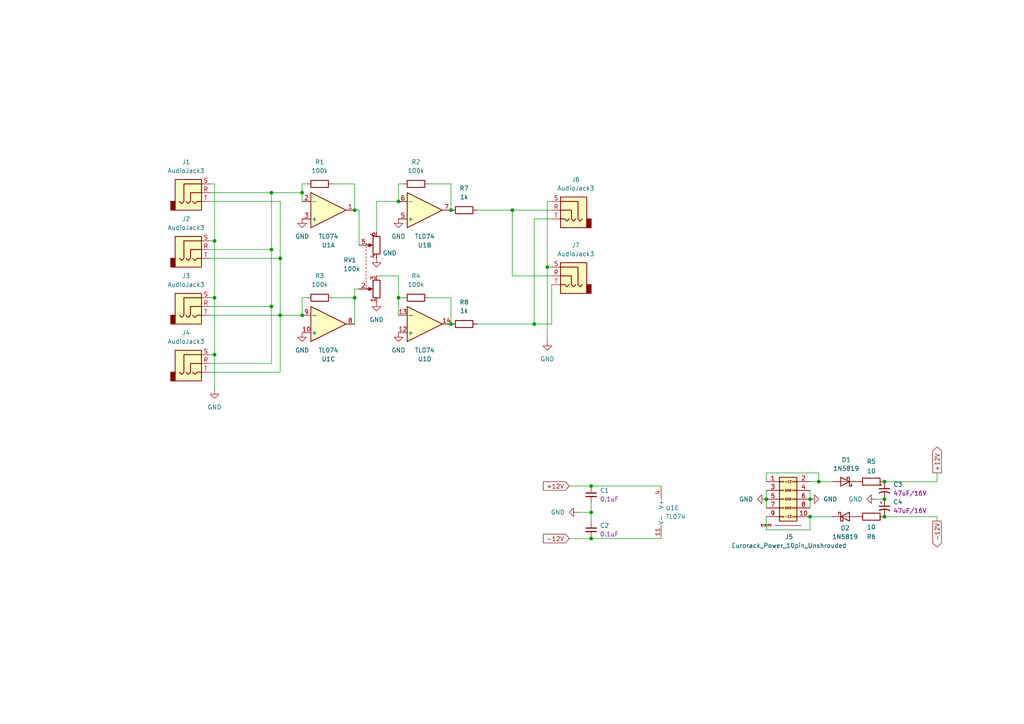
<source format=kicad_sch>
(kicad_sch
	(version 20231120)
	(generator "eeschema")
	(generator_version "8.0")
	(uuid "4e790011-74fb-4569-b86f-ac90038a34f4")
	(paper "A4")
	(lib_symbols
		(symbol "Amplifier_Operational:TL074"
			(pin_names
				(offset 0.127)
			)
			(exclude_from_sim no)
			(in_bom yes)
			(on_board yes)
			(property "Reference" "U"
				(at 0 5.08 0)
				(effects
					(font
						(size 1.27 1.27)
					)
					(justify left)
				)
			)
			(property "Value" "TL074"
				(at 0 -5.08 0)
				(effects
					(font
						(size 1.27 1.27)
					)
					(justify left)
				)
			)
			(property "Footprint" ""
				(at -1.27 2.54 0)
				(effects
					(font
						(size 1.27 1.27)
					)
					(hide yes)
				)
			)
			(property "Datasheet" "http://www.ti.com/lit/ds/symlink/tl071.pdf"
				(at 1.27 5.08 0)
				(effects
					(font
						(size 1.27 1.27)
					)
					(hide yes)
				)
			)
			(property "Description" "Quad Low-Noise JFET-Input Operational Amplifiers, DIP-14/SOIC-14"
				(at 0 0 0)
				(effects
					(font
						(size 1.27 1.27)
					)
					(hide yes)
				)
			)
			(property "ki_locked" ""
				(at 0 0 0)
				(effects
					(font
						(size 1.27 1.27)
					)
				)
			)
			(property "ki_keywords" "quad opamp"
				(at 0 0 0)
				(effects
					(font
						(size 1.27 1.27)
					)
					(hide yes)
				)
			)
			(property "ki_fp_filters" "SOIC*3.9x8.7mm*P1.27mm* DIP*W7.62mm* TSSOP*4.4x5mm*P0.65mm* SSOP*5.3x6.2mm*P0.65mm* MSOP*3x3mm*P0.5mm*"
				(at 0 0 0)
				(effects
					(font
						(size 1.27 1.27)
					)
					(hide yes)
				)
			)
			(symbol "TL074_1_1"
				(polyline
					(pts
						(xy -5.08 5.08) (xy 5.08 0) (xy -5.08 -5.08) (xy -5.08 5.08)
					)
					(stroke
						(width 0.254)
						(type default)
					)
					(fill
						(type background)
					)
				)
				(pin output line
					(at 7.62 0 180)
					(length 2.54)
					(name "~"
						(effects
							(font
								(size 1.27 1.27)
							)
						)
					)
					(number "1"
						(effects
							(font
								(size 1.27 1.27)
							)
						)
					)
				)
				(pin input line
					(at -7.62 -2.54 0)
					(length 2.54)
					(name "-"
						(effects
							(font
								(size 1.27 1.27)
							)
						)
					)
					(number "2"
						(effects
							(font
								(size 1.27 1.27)
							)
						)
					)
				)
				(pin input line
					(at -7.62 2.54 0)
					(length 2.54)
					(name "+"
						(effects
							(font
								(size 1.27 1.27)
							)
						)
					)
					(number "3"
						(effects
							(font
								(size 1.27 1.27)
							)
						)
					)
				)
			)
			(symbol "TL074_2_1"
				(polyline
					(pts
						(xy -5.08 5.08) (xy 5.08 0) (xy -5.08 -5.08) (xy -5.08 5.08)
					)
					(stroke
						(width 0.254)
						(type default)
					)
					(fill
						(type background)
					)
				)
				(pin input line
					(at -7.62 2.54 0)
					(length 2.54)
					(name "+"
						(effects
							(font
								(size 1.27 1.27)
							)
						)
					)
					(number "5"
						(effects
							(font
								(size 1.27 1.27)
							)
						)
					)
				)
				(pin input line
					(at -7.62 -2.54 0)
					(length 2.54)
					(name "-"
						(effects
							(font
								(size 1.27 1.27)
							)
						)
					)
					(number "6"
						(effects
							(font
								(size 1.27 1.27)
							)
						)
					)
				)
				(pin output line
					(at 7.62 0 180)
					(length 2.54)
					(name "~"
						(effects
							(font
								(size 1.27 1.27)
							)
						)
					)
					(number "7"
						(effects
							(font
								(size 1.27 1.27)
							)
						)
					)
				)
			)
			(symbol "TL074_3_1"
				(polyline
					(pts
						(xy -5.08 5.08) (xy 5.08 0) (xy -5.08 -5.08) (xy -5.08 5.08)
					)
					(stroke
						(width 0.254)
						(type default)
					)
					(fill
						(type background)
					)
				)
				(pin input line
					(at -7.62 2.54 0)
					(length 2.54)
					(name "+"
						(effects
							(font
								(size 1.27 1.27)
							)
						)
					)
					(number "10"
						(effects
							(font
								(size 1.27 1.27)
							)
						)
					)
				)
				(pin output line
					(at 7.62 0 180)
					(length 2.54)
					(name "~"
						(effects
							(font
								(size 1.27 1.27)
							)
						)
					)
					(number "8"
						(effects
							(font
								(size 1.27 1.27)
							)
						)
					)
				)
				(pin input line
					(at -7.62 -2.54 0)
					(length 2.54)
					(name "-"
						(effects
							(font
								(size 1.27 1.27)
							)
						)
					)
					(number "9"
						(effects
							(font
								(size 1.27 1.27)
							)
						)
					)
				)
			)
			(symbol "TL074_4_1"
				(polyline
					(pts
						(xy -5.08 5.08) (xy 5.08 0) (xy -5.08 -5.08) (xy -5.08 5.08)
					)
					(stroke
						(width 0.254)
						(type default)
					)
					(fill
						(type background)
					)
				)
				(pin input line
					(at -7.62 2.54 0)
					(length 2.54)
					(name "+"
						(effects
							(font
								(size 1.27 1.27)
							)
						)
					)
					(number "12"
						(effects
							(font
								(size 1.27 1.27)
							)
						)
					)
				)
				(pin input line
					(at -7.62 -2.54 0)
					(length 2.54)
					(name "-"
						(effects
							(font
								(size 1.27 1.27)
							)
						)
					)
					(number "13"
						(effects
							(font
								(size 1.27 1.27)
							)
						)
					)
				)
				(pin output line
					(at 7.62 0 180)
					(length 2.54)
					(name "~"
						(effects
							(font
								(size 1.27 1.27)
							)
						)
					)
					(number "14"
						(effects
							(font
								(size 1.27 1.27)
							)
						)
					)
				)
			)
			(symbol "TL074_5_1"
				(pin power_in line
					(at -2.54 -7.62 90)
					(length 3.81)
					(name "V-"
						(effects
							(font
								(size 1.27 1.27)
							)
						)
					)
					(number "11"
						(effects
							(font
								(size 1.27 1.27)
							)
						)
					)
				)
				(pin power_in line
					(at -2.54 7.62 270)
					(length 3.81)
					(name "V+"
						(effects
							(font
								(size 1.27 1.27)
							)
						)
					)
					(number "4"
						(effects
							(font
								(size 1.27 1.27)
							)
						)
					)
				)
			)
		)
		(symbol "Connector_Audio:AudioJack3"
			(exclude_from_sim no)
			(in_bom yes)
			(on_board yes)
			(property "Reference" "J"
				(at 0 8.89 0)
				(effects
					(font
						(size 1.27 1.27)
					)
				)
			)
			(property "Value" "AudioJack3"
				(at 0 6.35 0)
				(effects
					(font
						(size 1.27 1.27)
					)
				)
			)
			(property "Footprint" ""
				(at 0 0 0)
				(effects
					(font
						(size 1.27 1.27)
					)
					(hide yes)
				)
			)
			(property "Datasheet" "~"
				(at 0 0 0)
				(effects
					(font
						(size 1.27 1.27)
					)
					(hide yes)
				)
			)
			(property "Description" "Audio Jack, 3 Poles (Stereo / TRS)"
				(at 0 0 0)
				(effects
					(font
						(size 1.27 1.27)
					)
					(hide yes)
				)
			)
			(property "ki_keywords" "audio jack receptacle stereo headphones phones TRS connector"
				(at 0 0 0)
				(effects
					(font
						(size 1.27 1.27)
					)
					(hide yes)
				)
			)
			(property "ki_fp_filters" "Jack*"
				(at 0 0 0)
				(effects
					(font
						(size 1.27 1.27)
					)
					(hide yes)
				)
			)
			(symbol "AudioJack3_0_1"
				(rectangle
					(start -5.08 -5.08)
					(end -6.35 -2.54)
					(stroke
						(width 0.254)
						(type default)
					)
					(fill
						(type outline)
					)
				)
				(polyline
					(pts
						(xy 0 -2.54) (xy 0.635 -3.175) (xy 1.27 -2.54) (xy 2.54 -2.54)
					)
					(stroke
						(width 0.254)
						(type default)
					)
					(fill
						(type none)
					)
				)
				(polyline
					(pts
						(xy -1.905 -2.54) (xy -1.27 -3.175) (xy -0.635 -2.54) (xy -0.635 0) (xy 2.54 0)
					)
					(stroke
						(width 0.254)
						(type default)
					)
					(fill
						(type none)
					)
				)
				(polyline
					(pts
						(xy 2.54 2.54) (xy -2.54 2.54) (xy -2.54 -2.54) (xy -3.175 -3.175) (xy -3.81 -2.54)
					)
					(stroke
						(width 0.254)
						(type default)
					)
					(fill
						(type none)
					)
				)
				(rectangle
					(start 2.54 3.81)
					(end -5.08 -5.08)
					(stroke
						(width 0.254)
						(type default)
					)
					(fill
						(type background)
					)
				)
			)
			(symbol "AudioJack3_1_1"
				(pin passive line
					(at 5.08 0 180)
					(length 2.54)
					(name "~"
						(effects
							(font
								(size 1.27 1.27)
							)
						)
					)
					(number "R"
						(effects
							(font
								(size 1.27 1.27)
							)
						)
					)
				)
				(pin passive line
					(at 5.08 2.54 180)
					(length 2.54)
					(name "~"
						(effects
							(font
								(size 1.27 1.27)
							)
						)
					)
					(number "S"
						(effects
							(font
								(size 1.27 1.27)
							)
						)
					)
				)
				(pin passive line
					(at 5.08 -2.54 180)
					(length 2.54)
					(name "~"
						(effects
							(font
								(size 1.27 1.27)
							)
						)
					)
					(number "T"
						(effects
							(font
								(size 1.27 1.27)
							)
						)
					)
				)
			)
		)
		(symbol "Device:R"
			(pin_numbers hide)
			(pin_names
				(offset 0)
			)
			(exclude_from_sim no)
			(in_bom yes)
			(on_board yes)
			(property "Reference" "R"
				(at 2.032 0 90)
				(effects
					(font
						(size 1.27 1.27)
					)
				)
			)
			(property "Value" "R"
				(at 0 0 90)
				(effects
					(font
						(size 1.27 1.27)
					)
				)
			)
			(property "Footprint" ""
				(at -1.778 0 90)
				(effects
					(font
						(size 1.27 1.27)
					)
					(hide yes)
				)
			)
			(property "Datasheet" "~"
				(at 0 0 0)
				(effects
					(font
						(size 1.27 1.27)
					)
					(hide yes)
				)
			)
			(property "Description" "Resistor"
				(at 0 0 0)
				(effects
					(font
						(size 1.27 1.27)
					)
					(hide yes)
				)
			)
			(property "ki_keywords" "R res resistor"
				(at 0 0 0)
				(effects
					(font
						(size 1.27 1.27)
					)
					(hide yes)
				)
			)
			(property "ki_fp_filters" "R_*"
				(at 0 0 0)
				(effects
					(font
						(size 1.27 1.27)
					)
					(hide yes)
				)
			)
			(symbol "R_0_1"
				(rectangle
					(start -1.016 -2.54)
					(end 1.016 2.54)
					(stroke
						(width 0.254)
						(type default)
					)
					(fill
						(type none)
					)
				)
			)
			(symbol "R_1_1"
				(pin passive line
					(at 0 3.81 270)
					(length 1.27)
					(name "~"
						(effects
							(font
								(size 1.27 1.27)
							)
						)
					)
					(number "1"
						(effects
							(font
								(size 1.27 1.27)
							)
						)
					)
				)
				(pin passive line
					(at 0 -3.81 90)
					(length 1.27)
					(name "~"
						(effects
							(font
								(size 1.27 1.27)
							)
						)
					)
					(number "2"
						(effects
							(font
								(size 1.27 1.27)
							)
						)
					)
				)
			)
		)
		(symbol "Device:R_Potentiometer_Dual"
			(pin_names
				(offset 1.016) hide)
			(exclude_from_sim no)
			(in_bom yes)
			(on_board yes)
			(property "Reference" "RV"
				(at 0 3.81 0)
				(effects
					(font
						(size 1.27 1.27)
					)
				)
			)
			(property "Value" "R_Potentiometer_Dual"
				(at 0 1.905 0)
				(effects
					(font
						(size 1.27 1.27)
					)
				)
			)
			(property "Footprint" ""
				(at 6.35 -1.905 0)
				(effects
					(font
						(size 1.27 1.27)
					)
					(hide yes)
				)
			)
			(property "Datasheet" "~"
				(at 6.35 -1.905 0)
				(effects
					(font
						(size 1.27 1.27)
					)
					(hide yes)
				)
			)
			(property "Description" "Dual potentiometer"
				(at 0 0 0)
				(effects
					(font
						(size 1.27 1.27)
					)
					(hide yes)
				)
			)
			(property "ki_keywords" "resistor variable"
				(at 0 0 0)
				(effects
					(font
						(size 1.27 1.27)
					)
					(hide yes)
				)
			)
			(property "ki_fp_filters" "Potentiometer*"
				(at 0 0 0)
				(effects
					(font
						(size 1.27 1.27)
					)
					(hide yes)
				)
			)
			(symbol "R_Potentiometer_Dual_0_1"
				(rectangle
					(start -8.89 -1.524)
					(end -3.81 -3.556)
					(stroke
						(width 0.254)
						(type default)
					)
					(fill
						(type none)
					)
				)
				(polyline
					(pts
						(xy -6.35 0) (xy -6.35 -1.016)
					)
					(stroke
						(width 0)
						(type default)
					)
					(fill
						(type none)
					)
				)
				(polyline
					(pts
						(xy -6.35 0) (xy -6.35 -1.016)
					)
					(stroke
						(width 0)
						(type default)
					)
					(fill
						(type none)
					)
				)
				(polyline
					(pts
						(xy -6.35 0) (xy -5.842 0.508)
					)
					(stroke
						(width 0)
						(type default)
					)
					(fill
						(type none)
					)
				)
				(polyline
					(pts
						(xy -5.588 0.508) (xy -5.08 0.508)
					)
					(stroke
						(width 0)
						(type default)
					)
					(fill
						(type none)
					)
				)
				(polyline
					(pts
						(xy -4.572 0.508) (xy -4.064 0.508)
					)
					(stroke
						(width 0)
						(type default)
					)
					(fill
						(type none)
					)
				)
				(polyline
					(pts
						(xy -3.556 0.508) (xy -3.048 0.508)
					)
					(stroke
						(width 0)
						(type default)
					)
					(fill
						(type none)
					)
				)
				(polyline
					(pts
						(xy -2.54 0.508) (xy -2.032 0.508)
					)
					(stroke
						(width 0)
						(type default)
					)
					(fill
						(type none)
					)
				)
				(polyline
					(pts
						(xy -1.524 0.508) (xy -1.016 0.508)
					)
					(stroke
						(width 0)
						(type default)
					)
					(fill
						(type none)
					)
				)
				(polyline
					(pts
						(xy -0.508 0.508) (xy 0 0.508)
					)
					(stroke
						(width 0)
						(type default)
					)
					(fill
						(type none)
					)
				)
				(polyline
					(pts
						(xy 0.508 0.508) (xy 1.016 0.508)
					)
					(stroke
						(width 0)
						(type default)
					)
					(fill
						(type none)
					)
				)
				(polyline
					(pts
						(xy 1.524 0.508) (xy 2.032 0.508)
					)
					(stroke
						(width 0)
						(type default)
					)
					(fill
						(type none)
					)
				)
				(polyline
					(pts
						(xy 2.54 0.508) (xy 3.048 0.508)
					)
					(stroke
						(width 0)
						(type default)
					)
					(fill
						(type none)
					)
				)
				(polyline
					(pts
						(xy 3.556 0.508) (xy 4.064 0.508)
					)
					(stroke
						(width 0)
						(type default)
					)
					(fill
						(type none)
					)
				)
				(polyline
					(pts
						(xy 4.572 0.508) (xy 5.08 0.508)
					)
					(stroke
						(width 0)
						(type default)
					)
					(fill
						(type none)
					)
				)
				(polyline
					(pts
						(xy 5.588 0.508) (xy 6.096 0.508)
					)
					(stroke
						(width 0)
						(type default)
					)
					(fill
						(type none)
					)
				)
				(polyline
					(pts
						(xy 6.35 0) (xy 6.35 -1.016)
					)
					(stroke
						(width 0)
						(type default)
					)
					(fill
						(type none)
					)
				)
				(polyline
					(pts
						(xy 6.35 0) (xy 6.35 -1.016)
					)
					(stroke
						(width 0)
						(type default)
					)
					(fill
						(type none)
					)
				)
				(polyline
					(pts
						(xy 6.604 0.508) (xy 6.858 0.508) (xy 6.35 0)
					)
					(stroke
						(width 0)
						(type default)
					)
					(fill
						(type none)
					)
				)
				(polyline
					(pts
						(xy -6.35 -1.397) (xy -6.858 -0.254) (xy -5.842 -0.254) (xy -6.35 -1.397)
					)
					(stroke
						(width 0)
						(type default)
					)
					(fill
						(type outline)
					)
				)
				(polyline
					(pts
						(xy 6.35 -1.397) (xy 5.842 -0.254) (xy 6.858 -0.254) (xy 6.35 -1.397)
					)
					(stroke
						(width 0)
						(type default)
					)
					(fill
						(type outline)
					)
				)
				(rectangle
					(start 3.81 -1.524)
					(end 8.89 -3.556)
					(stroke
						(width 0.254)
						(type default)
					)
					(fill
						(type none)
					)
				)
			)
			(symbol "R_Potentiometer_Dual_1_1"
				(pin passive line
					(at -10.16 -2.54 0)
					(length 1.27)
					(name "1"
						(effects
							(font
								(size 1.27 1.27)
							)
						)
					)
					(number "1"
						(effects
							(font
								(size 1.27 1.27)
							)
						)
					)
				)
				(pin passive line
					(at -6.35 2.54 270)
					(length 2.54)
					(name "2"
						(effects
							(font
								(size 1.27 1.27)
							)
						)
					)
					(number "2"
						(effects
							(font
								(size 1.27 1.27)
							)
						)
					)
				)
				(pin passive line
					(at -2.54 -2.54 180)
					(length 1.27)
					(name "3"
						(effects
							(font
								(size 1.27 1.27)
							)
						)
					)
					(number "3"
						(effects
							(font
								(size 1.27 1.27)
							)
						)
					)
				)
				(pin passive line
					(at 2.54 -2.54 0)
					(length 1.27)
					(name "4"
						(effects
							(font
								(size 1.27 1.27)
							)
						)
					)
					(number "4"
						(effects
							(font
								(size 1.27 1.27)
							)
						)
					)
				)
				(pin passive line
					(at 6.35 2.54 270)
					(length 2.54)
					(name "5"
						(effects
							(font
								(size 1.27 1.27)
							)
						)
					)
					(number "5"
						(effects
							(font
								(size 1.27 1.27)
							)
						)
					)
				)
				(pin passive line
					(at 10.16 -2.54 180)
					(length 1.27)
					(name "6"
						(effects
							(font
								(size 1.27 1.27)
							)
						)
					)
					(number "6"
						(effects
							(font
								(size 1.27 1.27)
							)
						)
					)
				)
			)
		)
		(symbol "Diode:1N5819"
			(pin_numbers hide)
			(pin_names
				(offset 1.016) hide)
			(exclude_from_sim no)
			(in_bom yes)
			(on_board yes)
			(property "Reference" "D"
				(at 0 2.54 0)
				(effects
					(font
						(size 1.27 1.27)
					)
				)
			)
			(property "Value" "1N5819"
				(at 0 -2.54 0)
				(effects
					(font
						(size 1.27 1.27)
					)
				)
			)
			(property "Footprint" "Diode_THT:D_DO-41_SOD81_P10.16mm_Horizontal"
				(at 0 -4.445 0)
				(effects
					(font
						(size 1.27 1.27)
					)
					(hide yes)
				)
			)
			(property "Datasheet" "http://www.vishay.com/docs/88525/1n5817.pdf"
				(at 0 0 0)
				(effects
					(font
						(size 1.27 1.27)
					)
					(hide yes)
				)
			)
			(property "Description" "40V 1A Schottky Barrier Rectifier Diode, DO-41"
				(at 0 0 0)
				(effects
					(font
						(size 1.27 1.27)
					)
					(hide yes)
				)
			)
			(property "ki_keywords" "diode Schottky"
				(at 0 0 0)
				(effects
					(font
						(size 1.27 1.27)
					)
					(hide yes)
				)
			)
			(property "ki_fp_filters" "D*DO?41*"
				(at 0 0 0)
				(effects
					(font
						(size 1.27 1.27)
					)
					(hide yes)
				)
			)
			(symbol "1N5819_0_1"
				(polyline
					(pts
						(xy 1.27 0) (xy -1.27 0)
					)
					(stroke
						(width 0)
						(type default)
					)
					(fill
						(type none)
					)
				)
				(polyline
					(pts
						(xy 1.27 1.27) (xy 1.27 -1.27) (xy -1.27 0) (xy 1.27 1.27)
					)
					(stroke
						(width 0.254)
						(type default)
					)
					(fill
						(type none)
					)
				)
				(polyline
					(pts
						(xy -1.905 0.635) (xy -1.905 1.27) (xy -1.27 1.27) (xy -1.27 -1.27) (xy -0.635 -1.27) (xy -0.635 -0.635)
					)
					(stroke
						(width 0.254)
						(type default)
					)
					(fill
						(type none)
					)
				)
			)
			(symbol "1N5819_1_1"
				(pin passive line
					(at -3.81 0 0)
					(length 2.54)
					(name "K"
						(effects
							(font
								(size 1.27 1.27)
							)
						)
					)
					(number "1"
						(effects
							(font
								(size 1.27 1.27)
							)
						)
					)
				)
				(pin passive line
					(at 3.81 0 180)
					(length 2.54)
					(name "A"
						(effects
							(font
								(size 1.27 1.27)
							)
						)
					)
					(number "2"
						(effects
							(font
								(size 1.27 1.27)
							)
						)
					)
				)
			)
		)
		(symbol "PCM_4ms_Capacitor:0.1uF_0603_16V"
			(pin_numbers hide)
			(pin_names
				(offset 0.254) hide)
			(exclude_from_sim no)
			(in_bom yes)
			(on_board yes)
			(property "Reference" "C"
				(at 1.905 1.27 0)
				(effects
					(font
						(size 1.27 1.27)
					)
					(justify left)
				)
			)
			(property "Value" "0.1uF_0603_16V"
				(at 0 3.81 0)
				(effects
					(font
						(size 1.27 1.27)
					)
					(hide yes)
				)
			)
			(property "Footprint" "4ms_Capacitor:C_0603"
				(at -2.54 -5.08 0)
				(effects
					(font
						(size 1.27 1.27)
					)
					(justify left)
					(hide yes)
				)
			)
			(property "Datasheet" ""
				(at 0 0 0)
				(effects
					(font
						(size 1.27 1.27)
					)
					(hide yes)
				)
			)
			(property "Description" "0.1uF, Min. 16V 10%, X7R or X5R or similar"
				(at 0 0 0)
				(effects
					(font
						(size 1.27 1.27)
					)
					(hide yes)
				)
			)
			(property "Specifications" "0.1uF, Min. 16V 10%, X7R or X5R or similar"
				(at -2.54 -7.874 0)
				(effects
					(font
						(size 1.27 1.27)
					)
					(justify left)
					(hide yes)
				)
			)
			(property "Manufacturer" "AVX Corporation"
				(at -2.54 -9.398 0)
				(effects
					(font
						(size 1.27 1.27)
					)
					(justify left)
					(hide yes)
				)
			)
			(property "Part Number" "0603YC104KAT2A"
				(at -2.54 -10.922 0)
				(effects
					(font
						(size 1.27 1.27)
					)
					(justify left)
					(hide yes)
				)
			)
			(property "Display" "0.1uF"
				(at 1.905 -1.27 0)
				(effects
					(font
						(size 1.27 1.27)
					)
					(justify left)
				)
			)
			(property "JLCPCB ID" "C14663"
				(at 1.27 -12.7 0)
				(effects
					(font
						(size 1.27 1.27)
					)
					(hide yes)
				)
			)
			(property "ki_keywords" "100nF_0603_16V"
				(at 0 0 0)
				(effects
					(font
						(size 1.27 1.27)
					)
					(hide yes)
				)
			)
			(property "ki_fp_filters" "C_*"
				(at 0 0 0)
				(effects
					(font
						(size 1.27 1.27)
					)
					(hide yes)
				)
			)
			(symbol "0.1uF_0603_16V_0_1"
				(polyline
					(pts
						(xy -1.524 -0.508) (xy 1.524 -0.508)
					)
					(stroke
						(width 0.3302)
						(type default)
					)
					(fill
						(type none)
					)
				)
				(polyline
					(pts
						(xy -1.524 0.508) (xy 1.524 0.508)
					)
					(stroke
						(width 0.3048)
						(type default)
					)
					(fill
						(type none)
					)
				)
			)
			(symbol "0.1uF_0603_16V_1_1"
				(pin passive line
					(at 0 2.54 270)
					(length 2.032)
					(name "~"
						(effects
							(font
								(size 1.27 1.27)
							)
						)
					)
					(number "1"
						(effects
							(font
								(size 1.27 1.27)
							)
						)
					)
				)
				(pin passive line
					(at 0 -2.54 90)
					(length 2.032)
					(name "~"
						(effects
							(font
								(size 1.27 1.27)
							)
						)
					)
					(number "2"
						(effects
							(font
								(size 1.27 1.27)
							)
						)
					)
				)
			)
		)
		(symbol "PCM_4ms_Capacitor:47uF_5x5.3_16V"
			(pin_numbers hide)
			(pin_names
				(offset 0.254) hide)
			(exclude_from_sim no)
			(in_bom yes)
			(on_board yes)
			(property "Reference" "C"
				(at 1.905 1.27 0)
				(effects
					(font
						(size 1.27 1.27)
					)
					(justify left)
				)
			)
			(property "Value" "47uF_5x5.3_16V"
				(at 0 3.81 0)
				(effects
					(font
						(size 1.27 1.27)
					)
					(hide yes)
				)
			)
			(property "Footprint" "4ms_Capacitor:CP_Elec_5x5.3"
				(at -1.905 -4.445 0)
				(effects
					(font
						(size 1.27 1.27)
					)
					(justify left)
					(hide yes)
				)
			)
			(property "Datasheet" ""
				(at 0 0 0)
				(effects
					(font
						(size 1.27 1.27)
					)
					(hide yes)
				)
			)
			(property "Description" "47uF, 16V, 20%, 5.00mmD*5.30mmH, 2000Hrs@85℃"
				(at 0 0 0)
				(effects
					(font
						(size 1.27 1.27)
					)
					(hide yes)
				)
			)
			(property "Specifications" "47uF, 16V, 20%, 5.00mmD*5.30mmH, 2000Hrs@85℃"
				(at -2.54 -7.874 0)
				(effects
					(font
						(size 1.27 1.27)
					)
					(justify left)
					(hide yes)
				)
			)
			(property "Manufacturer" "Lelon"
				(at -2.54 -9.398 0)
				(effects
					(font
						(size 1.27 1.27)
					)
					(justify left)
					(hide yes)
				)
			)
			(property "Part Number" "VE-470M1CTR-0505"
				(at -2.54 -10.922 0)
				(effects
					(font
						(size 1.27 1.27)
					)
					(justify left)
					(hide yes)
				)
			)
			(property "Display" "47uF/16V"
				(at 1.905 -1.27 0)
				(effects
					(font
						(size 1.27 1.27)
					)
					(justify left)
				)
			)
			(property "JLCPCB ID" "C134798"
				(at 0 -12.7 0)
				(effects
					(font
						(size 1.27 1.27)
					)
					(hide yes)
				)
			)
			(property "ki_keywords" "47uF_5x5.3_16V"
				(at 0 0 0)
				(effects
					(font
						(size 1.27 1.27)
					)
					(hide yes)
				)
			)
			(property "ki_fp_filters" "CP_*"
				(at 0 0 0)
				(effects
					(font
						(size 1.27 1.27)
					)
					(hide yes)
				)
			)
			(symbol "47uF_5x5.3_16V_0_1"
				(polyline
					(pts
						(xy -1.524 0.508) (xy 1.524 0.508)
					)
					(stroke
						(width 0.3048)
						(type default)
					)
					(fill
						(type none)
					)
				)
				(polyline
					(pts
						(xy -1.27 1.524) (xy -0.762 1.524)
					)
					(stroke
						(width 0)
						(type default)
					)
					(fill
						(type none)
					)
				)
				(polyline
					(pts
						(xy -1.016 1.27) (xy -1.016 1.778)
					)
					(stroke
						(width 0)
						(type default)
					)
					(fill
						(type none)
					)
				)
				(arc
					(start 1.524 -0.762)
					(mid 0 -0.3734)
					(end -1.524 -0.762)
					(stroke
						(width 0.3048)
						(type default)
					)
					(fill
						(type none)
					)
				)
			)
			(symbol "47uF_5x5.3_16V_1_1"
				(pin passive line
					(at 0 2.54 270)
					(length 2.032)
					(name "~"
						(effects
							(font
								(size 1.27 1.27)
							)
						)
					)
					(number "1"
						(effects
							(font
								(size 1.27 1.27)
							)
						)
					)
				)
				(pin passive line
					(at 0 -2.54 90)
					(length 2.032)
					(name "~"
						(effects
							(font
								(size 1.27 1.27)
							)
						)
					)
					(number "2"
						(effects
							(font
								(size 1.27 1.27)
							)
						)
					)
				)
			)
		)
		(symbol "PCM_4ms_Connector:Eurorack_Power_10pin_Unshrouded"
			(pin_names
				(offset 0.0254) hide)
			(exclude_from_sim no)
			(in_bom yes)
			(on_board yes)
			(property "Reference" "J"
				(at 0 3.81 0)
				(effects
					(font
						(size 1.27 1.27)
					)
				)
			)
			(property "Value" "Eurorack_Power_10pin_Unshrouded"
				(at 0 6.35 0)
				(effects
					(font
						(size 1.27 1.27)
					)
				)
			)
			(property "Footprint" "4ms_Connector:Pins_2x05_2.54mm_TH_Europower"
				(at 2.54 -13.97 0)
				(effects
					(font
						(size 1.27 1.27)
					)
					(hide yes)
				)
			)
			(property "Datasheet" ""
				(at 0 -30.48 0)
				(effects
					(font
						(size 1.27 1.27)
					)
					(hide yes)
				)
			)
			(property "Description" "HEADER 2x5 MALE PINS 0.100” 180deg"
				(at 0 0 0)
				(effects
					(font
						(size 1.27 1.27)
					)
					(hide yes)
				)
			)
			(property "Specifications" "HEADER 2x5 MALE PINS 0.100” 180deg"
				(at 0 -21.59 0)
				(effects
					(font
						(size 1.27 1.27)
					)
					(justify left)
					(hide yes)
				)
			)
			(property "Manufacturer" "TAD"
				(at 0 -19.05 0)
				(effects
					(font
						(size 1.27 1.27)
					)
					(justify left)
					(hide yes)
				)
			)
			(property "Part Number" "1-1002FBV0T"
				(at 0 -16.51 0)
				(effects
					(font
						(size 1.27 1.27)
					)
					(justify left)
					(hide yes)
				)
			)
			(property "ki_keywords" "Eurorack_Power_10pin_Unshrouded"
				(at 0 0 0)
				(effects
					(font
						(size 1.27 1.27)
					)
					(hide yes)
				)
			)
			(property "ki_fp_filters" "Pin_Header_Straight_2X* Pin_Header_Angled_2X* Socket_Strip_Straight_2X* Socket_Strip_Angled_2X* IDC_Header_Straight_*"
				(at 0 0 0)
				(effects
					(font
						(size 1.27 1.27)
					)
					(hide yes)
				)
			)
			(symbol "Eurorack_Power_10pin_Unshrouded_0_0"
				(text "+12"
					(at 0 1.27 0)
					(effects
						(font
							(size 0.635 0.635)
						)
					)
				)
				(text "-12"
					(at 0 -8.89 0)
					(effects
						(font
							(size 0.635 0.635)
						)
					)
				)
				(text "GND"
					(at 0 -6.35 0)
					(effects
						(font
							(size 0.635 0.635)
						)
					)
				)
				(text "GND"
					(at 0 -3.81 0)
					(effects
						(font
							(size 0.635 0.635)
						)
					)
				)
				(text "GND"
					(at 0 -1.27 0)
					(effects
						(font
							(size 0.635 0.635)
						)
					)
				)
				(text "STRIPE"
					(at -6.35 -11.43 0)
					(effects
						(font
							(size 0.635 0.635)
						)
					)
				)
			)
			(symbol "Eurorack_Power_10pin_Unshrouded_0_1"
				(rectangle
					(start -2.54 -10.16)
					(end 2.54 2.54)
					(stroke
						(width 0.254)
						(type default)
					)
					(fill
						(type background)
					)
				)
				(rectangle
					(start -2.54 -8.763)
					(end -1.27 -9.017)
					(stroke
						(width 0)
						(type default)
					)
					(fill
						(type none)
					)
				)
				(rectangle
					(start -2.54 -6.223)
					(end -1.27 -6.477)
					(stroke
						(width 0)
						(type default)
					)
					(fill
						(type none)
					)
				)
				(rectangle
					(start -2.54 -3.683)
					(end -1.27 -3.937)
					(stroke
						(width 0)
						(type default)
					)
					(fill
						(type none)
					)
				)
				(rectangle
					(start -2.54 -1.143)
					(end -1.27 -1.397)
					(stroke
						(width 0)
						(type default)
					)
					(fill
						(type none)
					)
				)
				(rectangle
					(start -2.54 1.397)
					(end -1.27 1.143)
					(stroke
						(width 0)
						(type default)
					)
					(fill
						(type none)
					)
				)
				(polyline
					(pts
						(xy -3.81 -11.43) (xy 3.81 -11.43) (xy 1.27 -11.43)
					)
					(stroke
						(width 0)
						(type default)
					)
					(fill
						(type none)
					)
				)
				(rectangle
					(start 1.27 -8.763)
					(end 2.54 -9.017)
					(stroke
						(width 0)
						(type default)
					)
					(fill
						(type none)
					)
				)
				(rectangle
					(start 1.27 -6.223)
					(end 2.54 -6.477)
					(stroke
						(width 0)
						(type default)
					)
					(fill
						(type none)
					)
				)
				(rectangle
					(start 1.27 -3.683)
					(end 2.54 -3.937)
					(stroke
						(width 0)
						(type default)
					)
					(fill
						(type none)
					)
				)
				(rectangle
					(start 1.27 -1.143)
					(end 2.54 -1.397)
					(stroke
						(width 0)
						(type default)
					)
					(fill
						(type none)
					)
				)
				(rectangle
					(start 1.27 1.397)
					(end 2.54 1.143)
					(stroke
						(width 0)
						(type default)
					)
					(fill
						(type none)
					)
				)
			)
			(symbol "Eurorack_Power_10pin_Unshrouded_1_1"
				(pin passive line
					(at -6.35 1.27 0)
					(length 3.81)
					(name "+12V"
						(effects
							(font
								(size 1.27 1.27)
							)
						)
					)
					(number "1"
						(effects
							(font
								(size 1.27 1.27)
							)
						)
					)
				)
				(pin passive line
					(at 6.35 -8.89 180)
					(length 3.81)
					(name "-12V"
						(effects
							(font
								(size 1.27 1.27)
							)
						)
					)
					(number "10"
						(effects
							(font
								(size 1.27 1.27)
							)
						)
					)
				)
				(pin passive line
					(at 6.35 1.27 180)
					(length 3.81)
					(name "+12V"
						(effects
							(font
								(size 1.27 1.27)
							)
						)
					)
					(number "2"
						(effects
							(font
								(size 1.27 1.27)
							)
						)
					)
				)
				(pin passive line
					(at -6.35 -1.27 0)
					(length 3.81)
					(name "GND"
						(effects
							(font
								(size 1.27 1.27)
							)
						)
					)
					(number "3"
						(effects
							(font
								(size 1.27 1.27)
							)
						)
					)
				)
				(pin passive line
					(at 6.35 -1.27 180)
					(length 3.81)
					(name "GND"
						(effects
							(font
								(size 1.27 1.27)
							)
						)
					)
					(number "4"
						(effects
							(font
								(size 1.27 1.27)
							)
						)
					)
				)
				(pin passive line
					(at -6.35 -3.81 0)
					(length 3.81)
					(name "GND"
						(effects
							(font
								(size 1.27 1.27)
							)
						)
					)
					(number "5"
						(effects
							(font
								(size 1.27 1.27)
							)
						)
					)
				)
				(pin passive line
					(at 6.35 -3.81 180)
					(length 3.81)
					(name "GND"
						(effects
							(font
								(size 1.27 1.27)
							)
						)
					)
					(number "6"
						(effects
							(font
								(size 1.27 1.27)
							)
						)
					)
				)
				(pin passive line
					(at -6.35 -6.35 0)
					(length 3.81)
					(name "GND"
						(effects
							(font
								(size 1.27 1.27)
							)
						)
					)
					(number "7"
						(effects
							(font
								(size 1.27 1.27)
							)
						)
					)
				)
				(pin passive line
					(at 6.35 -6.35 180)
					(length 3.81)
					(name "GND"
						(effects
							(font
								(size 1.27 1.27)
							)
						)
					)
					(number "8"
						(effects
							(font
								(size 1.27 1.27)
							)
						)
					)
				)
				(pin passive line
					(at -6.35 -8.89 0)
					(length 3.81)
					(name "-12V"
						(effects
							(font
								(size 1.27 1.27)
							)
						)
					)
					(number "9"
						(effects
							(font
								(size 1.27 1.27)
							)
						)
					)
				)
			)
		)
		(symbol "PCM_4ms_Power-symbol:GND"
			(power)
			(pin_names
				(offset 0)
			)
			(exclude_from_sim no)
			(in_bom yes)
			(on_board yes)
			(property "Reference" "#PWR"
				(at 0 -6.35 0)
				(effects
					(font
						(size 1.27 1.27)
					)
					(hide yes)
				)
			)
			(property "Value" "GND"
				(at 0 -3.81 0)
				(effects
					(font
						(size 1.27 1.27)
					)
				)
			)
			(property "Footprint" ""
				(at 0 0 0)
				(effects
					(font
						(size 1.27 1.27)
					)
					(hide yes)
				)
			)
			(property "Datasheet" ""
				(at 0 0 0)
				(effects
					(font
						(size 1.27 1.27)
					)
					(hide yes)
				)
			)
			(property "Description" ""
				(at 0 0 0)
				(effects
					(font
						(size 1.27 1.27)
					)
					(hide yes)
				)
			)
			(symbol "GND_0_1"
				(polyline
					(pts
						(xy 0 0) (xy 0 -1.27) (xy 1.27 -1.27) (xy 0 -2.54) (xy -1.27 -1.27) (xy 0 -1.27)
					)
					(stroke
						(width 0)
						(type default)
					)
					(fill
						(type none)
					)
				)
			)
			(symbol "GND_1_1"
				(pin power_in line
					(at 0 0 270)
					(length 0) hide
					(name "GND"
						(effects
							(font
								(size 1.27 1.27)
							)
						)
					)
					(number "1"
						(effects
							(font
								(size 1.27 1.27)
							)
						)
					)
				)
			)
		)
		(symbol "power:GND"
			(power)
			(pin_numbers hide)
			(pin_names
				(offset 0) hide)
			(exclude_from_sim no)
			(in_bom yes)
			(on_board yes)
			(property "Reference" "#PWR"
				(at 0 -6.35 0)
				(effects
					(font
						(size 1.27 1.27)
					)
					(hide yes)
				)
			)
			(property "Value" "GND"
				(at 0 -3.81 0)
				(effects
					(font
						(size 1.27 1.27)
					)
				)
			)
			(property "Footprint" ""
				(at 0 0 0)
				(effects
					(font
						(size 1.27 1.27)
					)
					(hide yes)
				)
			)
			(property "Datasheet" ""
				(at 0 0 0)
				(effects
					(font
						(size 1.27 1.27)
					)
					(hide yes)
				)
			)
			(property "Description" "Power symbol creates a global label with name \"GND\" , ground"
				(at 0 0 0)
				(effects
					(font
						(size 1.27 1.27)
					)
					(hide yes)
				)
			)
			(property "ki_keywords" "global power"
				(at 0 0 0)
				(effects
					(font
						(size 1.27 1.27)
					)
					(hide yes)
				)
			)
			(symbol "GND_0_1"
				(polyline
					(pts
						(xy 0 0) (xy 0 -1.27) (xy 1.27 -1.27) (xy 0 -2.54) (xy -1.27 -1.27) (xy 0 -1.27)
					)
					(stroke
						(width 0)
						(type default)
					)
					(fill
						(type none)
					)
				)
			)
			(symbol "GND_1_1"
				(pin power_in line
					(at 0 0 270)
					(length 0)
					(name "~"
						(effects
							(font
								(size 1.27 1.27)
							)
						)
					)
					(number "1"
						(effects
							(font
								(size 1.27 1.27)
							)
						)
					)
				)
			)
		)
	)
	(junction
		(at 81.28 74.93)
		(diameter 0)
		(color 0 0 0 0)
		(uuid "01d4f27e-5262-46c7-8cc5-37619e71f193")
	)
	(junction
		(at 234.95 144.78)
		(diameter 0)
		(color 0 0 0 0)
		(uuid "06e739f1-122d-4f11-b7f1-5e483f00dc87")
	)
	(junction
		(at 256.54 139.7)
		(diameter 0)
		(color 0 0 0 0)
		(uuid "0c1ee0ed-01d1-47df-8609-d80439b81ef9")
	)
	(junction
		(at 222.25 144.78)
		(diameter 0)
		(color 0 0 0 0)
		(uuid "0c3cc5b9-efb3-423b-8e65-e28e76c263b8")
	)
	(junction
		(at 171.45 148.59)
		(diameter 0)
		(color 0 0 0 0)
		(uuid "254a063b-f9b8-4c23-bf96-7705589dbf64")
	)
	(junction
		(at 115.57 86.36)
		(diameter 0)
		(color 0 0 0 0)
		(uuid "2f642b91-453b-4d7f-9de9-7050d2ff6ed2")
	)
	(junction
		(at 130.81 60.96)
		(diameter 0)
		(color 0 0 0 0)
		(uuid "343338e2-20cb-4f44-9cb3-8a218372a0d7")
	)
	(junction
		(at 81.28 91.44)
		(diameter 0)
		(color 0 0 0 0)
		(uuid "3c948376-c999-41fc-8063-f8db324b9d03")
	)
	(junction
		(at 62.23 102.87)
		(diameter 0)
		(color 0 0 0 0)
		(uuid "40ae3455-0c26-4a0f-a334-44c8ce158f36")
	)
	(junction
		(at 78.74 72.39)
		(diameter 0)
		(color 0 0 0 0)
		(uuid "40c56b87-64ac-4811-9238-607ff34be290")
	)
	(junction
		(at 87.63 91.44)
		(diameter 0)
		(color 0 0 0 0)
		(uuid "438c12fc-91ae-4e86-8511-f3e46422a4e5")
	)
	(junction
		(at 102.87 86.36)
		(diameter 0)
		(color 0 0 0 0)
		(uuid "4b14d834-37de-4b9f-b8cd-18f8aa3a2abe")
	)
	(junction
		(at 78.74 55.88)
		(diameter 0)
		(color 0 0 0 0)
		(uuid "4f0d45c1-0813-4736-9913-a795eff5b877")
	)
	(junction
		(at 62.23 69.85)
		(diameter 0)
		(color 0 0 0 0)
		(uuid "51ca84c5-2898-4c2f-ad81-70b4e587fbe6")
	)
	(junction
		(at 130.81 93.98)
		(diameter 0)
		(color 0 0 0 0)
		(uuid "5a66c6ab-a898-4aeb-ac16-99cf447a76f7")
	)
	(junction
		(at 154.94 93.98)
		(diameter 0)
		(color 0 0 0 0)
		(uuid "5ed60bf1-4a97-4d81-b3b0-4f4bd5e75bc0")
	)
	(junction
		(at 234.95 149.86)
		(diameter 0)
		(color 0 0 0 0)
		(uuid "6b10195c-5b98-4b59-ab7b-498c32abe6c5")
	)
	(junction
		(at 256.54 144.78)
		(diameter 0)
		(color 0 0 0 0)
		(uuid "93a7cc01-ba5b-42f9-b39e-5748db7c0302")
	)
	(junction
		(at 171.45 156.21)
		(diameter 0)
		(color 0 0 0 0)
		(uuid "97d9ab60-ae8f-4fbe-95fd-c4864113a27b")
	)
	(junction
		(at 148.59 60.96)
		(diameter 0)
		(color 0 0 0 0)
		(uuid "ae7e9498-51b8-4a44-b031-6424ba436c72")
	)
	(junction
		(at 171.45 140.97)
		(diameter 0)
		(color 0 0 0 0)
		(uuid "b2ef7a4e-4817-4673-9eb2-7f3a5ea0fabe")
	)
	(junction
		(at 102.87 60.96)
		(diameter 0)
		(color 0 0 0 0)
		(uuid "b7a0afa0-0082-4280-bb78-6d091507a2db")
	)
	(junction
		(at 115.57 58.42)
		(diameter 0)
		(color 0 0 0 0)
		(uuid "bc52dc6d-610e-40ad-b8a5-f930179f3781")
	)
	(junction
		(at 158.75 77.47)
		(diameter 0)
		(color 0 0 0 0)
		(uuid "bf950913-6670-4dad-b823-2ff0c3bec074")
	)
	(junction
		(at 237.49 139.7)
		(diameter 0)
		(color 0 0 0 0)
		(uuid "ca0ec7c6-dae6-4573-a994-4a2082296ccc")
	)
	(junction
		(at 256.54 149.86)
		(diameter 0)
		(color 0 0 0 0)
		(uuid "d25fc41d-50e6-485e-a5e8-d51466ef30cd")
	)
	(junction
		(at 78.74 88.9)
		(diameter 0)
		(color 0 0 0 0)
		(uuid "d772c39c-c757-4bc2-965c-1b19ad9874d7")
	)
	(junction
		(at 87.63 55.88)
		(diameter 0)
		(color 0 0 0 0)
		(uuid "eca06597-c49a-4961-8ff1-bd24dc067104")
	)
	(junction
		(at 62.23 86.36)
		(diameter 0)
		(color 0 0 0 0)
		(uuid "edfd8cb9-877e-4efb-a2a5-54f56cb17f77")
	)
	(wire
		(pts
			(xy 62.23 102.87) (xy 62.23 113.03)
		)
		(stroke
			(width 0)
			(type default)
		)
		(uuid "0d5bd244-621b-416d-9111-820651c482ce")
	)
	(wire
		(pts
			(xy 222.25 142.24) (xy 222.25 144.78)
		)
		(stroke
			(width 0)
			(type default)
		)
		(uuid "1332d8eb-025b-45ee-ae11-3e60393735f7")
	)
	(wire
		(pts
			(xy 234.95 142.24) (xy 234.95 144.78)
		)
		(stroke
			(width 0)
			(type default)
		)
		(uuid "13529d30-12bf-45c6-a3c4-24d46a14a971")
	)
	(wire
		(pts
			(xy 60.96 74.93) (xy 81.28 74.93)
		)
		(stroke
			(width 0)
			(type default)
		)
		(uuid "16b8d73c-33ff-4888-8b5c-ab60dd4bfcf4")
	)
	(wire
		(pts
			(xy 222.25 144.78) (xy 222.25 147.32)
		)
		(stroke
			(width 0)
			(type default)
		)
		(uuid "1955d796-cb9e-4066-8399-8336d9e9ff7d")
	)
	(wire
		(pts
			(xy 60.96 55.88) (xy 78.74 55.88)
		)
		(stroke
			(width 0)
			(type default)
		)
		(uuid "1bf054e8-eec0-4817-9388-3ee86af062dc")
	)
	(wire
		(pts
			(xy 130.81 53.34) (xy 130.81 60.96)
		)
		(stroke
			(width 0)
			(type default)
		)
		(uuid "1d6bc0cb-2da7-4931-a547-f7d4dc0e1288")
	)
	(wire
		(pts
			(xy 171.45 148.59) (xy 171.45 151.13)
		)
		(stroke
			(width 0)
			(type default)
		)
		(uuid "1d85dc61-4369-4385-aae6-730bd599485d")
	)
	(wire
		(pts
			(xy 104.14 83.82) (xy 102.87 83.82)
		)
		(stroke
			(width 0)
			(type default)
		)
		(uuid "22b84a96-3234-48de-b404-9bdff8cf9f9b")
	)
	(wire
		(pts
			(xy 154.94 93.98) (xy 160.02 93.98)
		)
		(stroke
			(width 0)
			(type default)
		)
		(uuid "22e8d6bd-dd16-4c1c-9684-883ec279cd14")
	)
	(wire
		(pts
			(xy 115.57 58.42) (xy 115.57 53.34)
		)
		(stroke
			(width 0)
			(type default)
		)
		(uuid "26794371-3c8a-4a5e-be4d-182699aa86fc")
	)
	(wire
		(pts
			(xy 254 144.78) (xy 256.54 144.78)
		)
		(stroke
			(width 0)
			(type default)
		)
		(uuid "277d148c-2f1a-4e9c-ac9c-859a71bcdb47")
	)
	(wire
		(pts
			(xy 62.23 53.34) (xy 62.23 69.85)
		)
		(stroke
			(width 0)
			(type default)
		)
		(uuid "2c991550-c682-483f-8508-2ba739d1179a")
	)
	(wire
		(pts
			(xy 115.57 53.34) (xy 116.84 53.34)
		)
		(stroke
			(width 0)
			(type default)
		)
		(uuid "2e3b0f77-41c0-4869-a969-8b2ee9290672")
	)
	(wire
		(pts
			(xy 160.02 63.5) (xy 154.94 63.5)
		)
		(stroke
			(width 0)
			(type default)
		)
		(uuid "35bb96b6-ff52-46ab-b7b2-9dddb5695942")
	)
	(wire
		(pts
			(xy 237.49 137.16) (xy 237.49 139.7)
		)
		(stroke
			(width 0)
			(type default)
		)
		(uuid "39f2636d-672d-4b83-b25e-25b9d5f35ba3")
	)
	(wire
		(pts
			(xy 60.96 91.44) (xy 81.28 91.44)
		)
		(stroke
			(width 0)
			(type default)
		)
		(uuid "3db57989-773e-405c-8506-ba7c56189ef3")
	)
	(wire
		(pts
			(xy 62.23 86.36) (xy 62.23 102.87)
		)
		(stroke
			(width 0)
			(type default)
		)
		(uuid "3ea37082-c4de-4a1b-9551-d37c17ae6d63")
	)
	(wire
		(pts
			(xy 138.43 93.98) (xy 154.94 93.98)
		)
		(stroke
			(width 0)
			(type default)
		)
		(uuid "41ab2907-9945-4311-bfd0-ac6cff3679d8")
	)
	(wire
		(pts
			(xy 96.52 86.36) (xy 102.87 86.36)
		)
		(stroke
			(width 0)
			(type default)
		)
		(uuid "486ee932-4c52-4115-b8ef-98b9f810a123")
	)
	(wire
		(pts
			(xy 148.59 60.96) (xy 160.02 60.96)
		)
		(stroke
			(width 0)
			(type default)
		)
		(uuid "48d67bb3-2cf9-4e1e-b5a7-de0ce4c0a6cf")
	)
	(wire
		(pts
			(xy 124.46 53.34) (xy 130.81 53.34)
		)
		(stroke
			(width 0)
			(type default)
		)
		(uuid "4e023801-e1b3-448d-904f-bb077d0a10b4")
	)
	(wire
		(pts
			(xy 115.57 86.36) (xy 116.84 86.36)
		)
		(stroke
			(width 0)
			(type default)
		)
		(uuid "5c4540c3-eb55-4732-8b77-67342171560a")
	)
	(wire
		(pts
			(xy 104.14 60.96) (xy 102.87 60.96)
		)
		(stroke
			(width 0)
			(type default)
		)
		(uuid "5ca1c54d-f732-4aea-9cb0-d501d3b30d34")
	)
	(wire
		(pts
			(xy 60.96 105.41) (xy 78.74 105.41)
		)
		(stroke
			(width 0)
			(type default)
		)
		(uuid "66a92acc-4842-4ea1-ada1-2c2e51fe817c")
	)
	(wire
		(pts
			(xy 256.54 149.86) (xy 271.78 149.86)
		)
		(stroke
			(width 0)
			(type default)
		)
		(uuid "685642b1-95ca-4be4-a938-fb776d412f7d")
	)
	(wire
		(pts
			(xy 81.28 74.93) (xy 81.28 91.44)
		)
		(stroke
			(width 0)
			(type default)
		)
		(uuid "68df94fe-f634-4ea5-a10c-e98cd27890c5")
	)
	(wire
		(pts
			(xy 271.78 149.86) (xy 271.78 151.13)
		)
		(stroke
			(width 0)
			(type default)
		)
		(uuid "69811b47-3b4f-407a-8df6-c69b3b0fc877")
	)
	(wire
		(pts
			(xy 102.87 83.82) (xy 102.87 86.36)
		)
		(stroke
			(width 0)
			(type default)
		)
		(uuid "698ecfc3-baba-4185-a3f0-88a68b8c74d9")
	)
	(wire
		(pts
			(xy 87.63 53.34) (xy 88.9 53.34)
		)
		(stroke
			(width 0)
			(type default)
		)
		(uuid "6beb5e91-0d64-45b0-a33f-7559d08116e4")
	)
	(wire
		(pts
			(xy 160.02 80.01) (xy 148.59 80.01)
		)
		(stroke
			(width 0)
			(type default)
		)
		(uuid "6d18ee1a-0eba-4738-a673-bd7896dc7ea4")
	)
	(wire
		(pts
			(xy 237.49 139.7) (xy 234.95 139.7)
		)
		(stroke
			(width 0)
			(type default)
		)
		(uuid "6da1afbb-4b1a-4039-a71a-3e581e8ff57a")
	)
	(wire
		(pts
			(xy 87.63 58.42) (xy 87.63 55.88)
		)
		(stroke
			(width 0)
			(type default)
		)
		(uuid "7047301e-4b71-46cc-81e4-6fcd0440e66a")
	)
	(wire
		(pts
			(xy 148.59 60.96) (xy 148.59 80.01)
		)
		(stroke
			(width 0)
			(type default)
		)
		(uuid "7181ef3d-bbfc-4b12-abe7-16a60c08e54f")
	)
	(wire
		(pts
			(xy 115.57 91.44) (xy 115.57 86.36)
		)
		(stroke
			(width 0)
			(type default)
		)
		(uuid "7207b05f-f843-45bf-b4a5-f491a05c9049")
	)
	(wire
		(pts
			(xy 102.87 53.34) (xy 102.87 60.96)
		)
		(stroke
			(width 0)
			(type default)
		)
		(uuid "77af011c-d831-4ce2-b00f-b4e29bd46b40")
	)
	(wire
		(pts
			(xy 124.46 86.36) (xy 130.81 86.36)
		)
		(stroke
			(width 0)
			(type default)
		)
		(uuid "7ced61a5-a533-4504-b0fd-c8c93b4eb614")
	)
	(wire
		(pts
			(xy 158.75 77.47) (xy 158.75 99.06)
		)
		(stroke
			(width 0)
			(type default)
		)
		(uuid "8033606c-b39f-4da8-ba0d-bb220858af0d")
	)
	(wire
		(pts
			(xy 102.87 86.36) (xy 102.87 93.98)
		)
		(stroke
			(width 0)
			(type default)
		)
		(uuid "82c60be1-57ac-4409-bb6f-b648c1100543")
	)
	(wire
		(pts
			(xy 271.78 137.16) (xy 271.78 139.7)
		)
		(stroke
			(width 0)
			(type default)
		)
		(uuid "83a8bf0a-ff59-4401-80da-f83673ccbc61")
	)
	(wire
		(pts
			(xy 130.81 86.36) (xy 130.81 93.98)
		)
		(stroke
			(width 0)
			(type default)
		)
		(uuid "86925e81-c6fa-4c9f-a4c6-aedadcf08aae")
	)
	(wire
		(pts
			(xy 171.45 146.05) (xy 171.45 148.59)
		)
		(stroke
			(width 0)
			(type default)
		)
		(uuid "86e2d842-1772-4f1b-8d7b-bd55af8ad967")
	)
	(wire
		(pts
			(xy 160.02 93.98) (xy 160.02 82.55)
		)
		(stroke
			(width 0)
			(type default)
		)
		(uuid "8b4da13b-dad8-46f5-9c78-a0d237e566b0")
	)
	(wire
		(pts
			(xy 60.96 86.36) (xy 62.23 86.36)
		)
		(stroke
			(width 0)
			(type default)
		)
		(uuid "8ebb6542-0f6f-4729-8c11-05181e79b30e")
	)
	(wire
		(pts
			(xy 96.52 53.34) (xy 102.87 53.34)
		)
		(stroke
			(width 0)
			(type default)
		)
		(uuid "900c8834-2c69-4d97-aaf9-da721e38348c")
	)
	(wire
		(pts
			(xy 160.02 58.42) (xy 158.75 58.42)
		)
		(stroke
			(width 0)
			(type default)
		)
		(uuid "904b4e74-99de-4408-ae4d-326cdbe76652")
	)
	(wire
		(pts
			(xy 109.22 58.42) (xy 109.22 67.31)
		)
		(stroke
			(width 0)
			(type default)
		)
		(uuid "91b0ae5c-b080-44df-a637-08563da65061")
	)
	(wire
		(pts
			(xy 115.57 80.01) (xy 115.57 86.36)
		)
		(stroke
			(width 0)
			(type default)
		)
		(uuid "91b1c421-ce89-4a33-bae4-01c77e7eda64")
	)
	(wire
		(pts
			(xy 165.1 140.97) (xy 171.45 140.97)
		)
		(stroke
			(width 0)
			(type default)
		)
		(uuid "91ddae34-09d2-4c6e-a49f-e02b737c5dca")
	)
	(wire
		(pts
			(xy 78.74 88.9) (xy 78.74 72.39)
		)
		(stroke
			(width 0)
			(type default)
		)
		(uuid "9203f6a1-da1d-4081-ac7e-f583e1a8e9da")
	)
	(wire
		(pts
			(xy 234.95 149.86) (xy 241.3 149.86)
		)
		(stroke
			(width 0)
			(type default)
		)
		(uuid "956129c6-1435-4b4d-a7ac-6e52384be1d0")
	)
	(wire
		(pts
			(xy 222.25 153.67) (xy 234.95 153.67)
		)
		(stroke
			(width 0)
			(type default)
		)
		(uuid "9b0d718f-ab02-41f9-871c-c9ca9ed5b02b")
	)
	(wire
		(pts
			(xy 60.96 102.87) (xy 62.23 102.87)
		)
		(stroke
			(width 0)
			(type default)
		)
		(uuid "9dc238c4-df29-4a28-abfd-dddffa45b109")
	)
	(wire
		(pts
			(xy 87.63 91.44) (xy 87.63 86.36)
		)
		(stroke
			(width 0)
			(type default)
		)
		(uuid "a56e6855-193b-4655-ae45-5b4cfd4a5a03")
	)
	(wire
		(pts
			(xy 87.63 53.34) (xy 87.63 55.88)
		)
		(stroke
			(width 0)
			(type default)
		)
		(uuid "a63afcc9-062b-4eef-909e-9d5447e723f4")
	)
	(wire
		(pts
			(xy 60.96 53.34) (xy 62.23 53.34)
		)
		(stroke
			(width 0)
			(type default)
		)
		(uuid "ab05b085-7b54-4a78-8cc4-693e544d2da7")
	)
	(wire
		(pts
			(xy 222.25 139.7) (xy 222.25 137.16)
		)
		(stroke
			(width 0)
			(type default)
		)
		(uuid "b3006257-38f9-403b-b819-fa86c1cd9d60")
	)
	(wire
		(pts
			(xy 62.23 69.85) (xy 62.23 86.36)
		)
		(stroke
			(width 0)
			(type default)
		)
		(uuid "b409a7af-0e1b-4825-9aef-a1550bf79802")
	)
	(wire
		(pts
			(xy 165.1 156.21) (xy 171.45 156.21)
		)
		(stroke
			(width 0)
			(type default)
		)
		(uuid "bb53d94c-0e4e-4a54-bf81-e50c0fa0d387")
	)
	(wire
		(pts
			(xy 158.75 58.42) (xy 158.75 77.47)
		)
		(stroke
			(width 0)
			(type default)
		)
		(uuid "bea92547-90ee-4768-95aa-f6234554fac8")
	)
	(wire
		(pts
			(xy 154.94 63.5) (xy 154.94 93.98)
		)
		(stroke
			(width 0)
			(type default)
		)
		(uuid "c03327cb-3eb4-493b-a600-2252ddf265d8")
	)
	(wire
		(pts
			(xy 222.25 137.16) (xy 237.49 137.16)
		)
		(stroke
			(width 0)
			(type default)
		)
		(uuid "c05c5345-f9fe-4e20-9d20-b750331f956c")
	)
	(wire
		(pts
			(xy 234.95 144.78) (xy 234.95 147.32)
		)
		(stroke
			(width 0)
			(type default)
		)
		(uuid "c1d53d2a-bd9c-4513-a255-a36143c1a23d")
	)
	(wire
		(pts
			(xy 109.22 58.42) (xy 115.57 58.42)
		)
		(stroke
			(width 0)
			(type default)
		)
		(uuid "c26ebebc-e91a-43ca-95d2-4745c2aa32a3")
	)
	(wire
		(pts
			(xy 81.28 91.44) (xy 87.63 91.44)
		)
		(stroke
			(width 0)
			(type default)
		)
		(uuid "c53dc0df-ca47-4d58-a31c-63036f6efce1")
	)
	(wire
		(pts
			(xy 222.25 149.86) (xy 222.25 153.67)
		)
		(stroke
			(width 0)
			(type default)
		)
		(uuid "c550908f-d28b-4a20-a5ad-1fdfe1f6d2d7")
	)
	(wire
		(pts
			(xy 237.49 139.7) (xy 241.3 139.7)
		)
		(stroke
			(width 0)
			(type default)
		)
		(uuid "c7caad90-0d8f-4256-be8f-43b3deea9625")
	)
	(wire
		(pts
			(xy 171.45 156.21) (xy 191.77 156.21)
		)
		(stroke
			(width 0)
			(type default)
		)
		(uuid "c8091586-54b1-4305-9c7d-62797085ae82")
	)
	(wire
		(pts
			(xy 60.96 72.39) (xy 78.74 72.39)
		)
		(stroke
			(width 0)
			(type default)
		)
		(uuid "cb180fa1-dbe4-4e38-801b-7f6f46cd3ff6")
	)
	(wire
		(pts
			(xy 234.95 153.67) (xy 234.95 149.86)
		)
		(stroke
			(width 0)
			(type default)
		)
		(uuid "d3d05ad6-75da-495b-99c9-56b7e4558779")
	)
	(wire
		(pts
			(xy 167.64 148.59) (xy 171.45 148.59)
		)
		(stroke
			(width 0)
			(type default)
		)
		(uuid "d4874a42-db38-41cc-80a2-405e95b4aec9")
	)
	(wire
		(pts
			(xy 60.96 107.95) (xy 81.28 107.95)
		)
		(stroke
			(width 0)
			(type default)
		)
		(uuid "d4a5813a-86a6-4c06-a0b0-7ec691f13557")
	)
	(wire
		(pts
			(xy 78.74 105.41) (xy 78.74 88.9)
		)
		(stroke
			(width 0)
			(type default)
		)
		(uuid "d4e44c71-acb5-4acd-a2c1-08725151fe7e")
	)
	(wire
		(pts
			(xy 138.43 60.96) (xy 148.59 60.96)
		)
		(stroke
			(width 0)
			(type default)
		)
		(uuid "d674de0f-9dfc-4cce-8d78-2b9bfd28f039")
	)
	(wire
		(pts
			(xy 78.74 72.39) (xy 78.74 55.88)
		)
		(stroke
			(width 0)
			(type default)
		)
		(uuid "d8bc8020-c9fb-4dd7-8d42-916737224c5b")
	)
	(wire
		(pts
			(xy 171.45 140.97) (xy 191.77 140.97)
		)
		(stroke
			(width 0)
			(type default)
		)
		(uuid "db3275f1-74ed-495d-9232-ad97089be3b4")
	)
	(wire
		(pts
			(xy 87.63 86.36) (xy 88.9 86.36)
		)
		(stroke
			(width 0)
			(type default)
		)
		(uuid "e2c6ac8d-f5be-4f53-9964-b28ecff6281e")
	)
	(wire
		(pts
			(xy 78.74 55.88) (xy 87.63 55.88)
		)
		(stroke
			(width 0)
			(type default)
		)
		(uuid "e7a2116e-3abd-4735-9758-db4e5988e3be")
	)
	(wire
		(pts
			(xy 60.96 88.9) (xy 78.74 88.9)
		)
		(stroke
			(width 0)
			(type default)
		)
		(uuid "e99fdf4c-a413-453f-9e56-9774a8cc6858")
	)
	(wire
		(pts
			(xy 60.96 69.85) (xy 62.23 69.85)
		)
		(stroke
			(width 0)
			(type default)
		)
		(uuid "eae97313-311b-4cf2-9ae2-3d3edc3545d9")
	)
	(wire
		(pts
			(xy 104.14 71.12) (xy 104.14 60.96)
		)
		(stroke
			(width 0)
			(type default)
		)
		(uuid "ed4c4693-2862-4017-afc3-a1e868707929")
	)
	(wire
		(pts
			(xy 158.75 77.47) (xy 160.02 77.47)
		)
		(stroke
			(width 0)
			(type default)
		)
		(uuid "eeaaebfa-2a6b-4b0b-8d37-17d98e086b06")
	)
	(wire
		(pts
			(xy 256.54 139.7) (xy 271.78 139.7)
		)
		(stroke
			(width 0)
			(type default)
		)
		(uuid "f11db94b-53a5-481f-8f04-0f5090957d64")
	)
	(wire
		(pts
			(xy 60.96 58.42) (xy 81.28 58.42)
		)
		(stroke
			(width 0)
			(type default)
		)
		(uuid "f24aa42c-00ec-4c55-8f26-4e2d336a73e1")
	)
	(wire
		(pts
			(xy 81.28 58.42) (xy 81.28 74.93)
		)
		(stroke
			(width 0)
			(type default)
		)
		(uuid "f4c0d938-0f0b-4656-bdb7-7ed3f69884ef")
	)
	(wire
		(pts
			(xy 109.22 80.01) (xy 115.57 80.01)
		)
		(stroke
			(width 0)
			(type default)
		)
		(uuid "f5618e44-d3f0-488f-ad69-4cbfbfdb0439")
	)
	(wire
		(pts
			(xy 81.28 91.44) (xy 81.28 107.95)
		)
		(stroke
			(width 0)
			(type default)
		)
		(uuid "f69377d4-d4c5-4807-b495-975f547ed5b7")
	)
	(global_label "-12V"
		(shape output)
		(at 271.78 151.13 270)
		(fields_autoplaced yes)
		(effects
			(font
				(size 1.27 1.27)
			)
			(justify right)
		)
		(uuid "25769176-9385-4997-b20d-00ffa2904a47")
		(property "Intersheetrefs" "${INTERSHEET_REFS}"
			(at 271.78 159.1952 90)
			(effects
				(font
					(size 1.27 1.27)
				)
				(justify right)
				(hide yes)
			)
		)
	)
	(global_label "+12V"
		(shape input)
		(at 165.1 140.97 180)
		(fields_autoplaced yes)
		(effects
			(font
				(size 1.27 1.27)
			)
			(justify right)
		)
		(uuid "267a31b5-7ad7-4214-a1c6-bfdf55e0e30e")
		(property "Intersheetrefs" "${INTERSHEET_REFS}"
			(at 157.0348 140.97 0)
			(effects
				(font
					(size 1.27 1.27)
				)
				(justify right)
				(hide yes)
			)
		)
	)
	(global_label "-12V"
		(shape input)
		(at 165.1 156.21 180)
		(fields_autoplaced yes)
		(effects
			(font
				(size 1.27 1.27)
			)
			(justify right)
		)
		(uuid "706efcea-1fc7-488c-aff6-eebcb8bfec3d")
		(property "Intersheetrefs" "${INTERSHEET_REFS}"
			(at 157.0348 156.21 0)
			(effects
				(font
					(size 1.27 1.27)
				)
				(justify right)
				(hide yes)
			)
		)
	)
	(global_label "+12V"
		(shape output)
		(at 271.78 137.16 90)
		(fields_autoplaced yes)
		(effects
			(font
				(size 1.27 1.27)
			)
			(justify left)
		)
		(uuid "cee24239-fbfe-4927-99ca-a870c0a3db57")
		(property "Intersheetrefs" "${INTERSHEET_REFS}"
			(at 271.78 129.0948 90)
			(effects
				(font
					(size 1.27 1.27)
				)
				(justify left)
				(hide yes)
			)
		)
	)
	(symbol
		(lib_id "power:GND")
		(at 62.23 113.03 0)
		(unit 1)
		(exclude_from_sim no)
		(in_bom yes)
		(on_board yes)
		(dnp no)
		(fields_autoplaced yes)
		(uuid "06b60b50-241a-4c8a-9704-925ac3e06350")
		(property "Reference" "#PWR011"
			(at 62.23 119.38 0)
			(effects
				(font
					(size 1.27 1.27)
				)
				(hide yes)
			)
		)
		(property "Value" "GND"
			(at 62.23 118.11 0)
			(effects
				(font
					(size 1.27 1.27)
				)
			)
		)
		(property "Footprint" ""
			(at 62.23 113.03 0)
			(effects
				(font
					(size 1.27 1.27)
				)
				(hide yes)
			)
		)
		(property "Datasheet" ""
			(at 62.23 113.03 0)
			(effects
				(font
					(size 1.27 1.27)
				)
				(hide yes)
			)
		)
		(property "Description" "Power symbol creates a global label with name \"GND\" , ground"
			(at 62.23 113.03 0)
			(effects
				(font
					(size 1.27 1.27)
				)
				(hide yes)
			)
		)
		(pin "1"
			(uuid "ebe6867f-aa84-43f5-a02b-d21de2c7eb40")
		)
		(instances
			(project "split_mult"
				(path "/4e790011-74fb-4569-b86f-ac90038a34f4"
					(reference "#PWR011")
					(unit 1)
				)
			)
		)
	)
	(symbol
		(lib_id "Amplifier_Operational:TL074")
		(at 123.19 60.96 0)
		(mirror x)
		(unit 2)
		(exclude_from_sim no)
		(in_bom yes)
		(on_board yes)
		(dnp no)
		(uuid "1c2fd793-ebba-49d4-bdc5-81fb7f6a4eb2")
		(property "Reference" "U1"
			(at 123.19 71.12 0)
			(effects
				(font
					(size 1.27 1.27)
				)
			)
		)
		(property "Value" "TL074"
			(at 123.19 68.58 0)
			(effects
				(font
					(size 1.27 1.27)
				)
			)
		)
		(property "Footprint" "PCM_4ms_Package_DIP:DIP-14_W7.62mm"
			(at 121.92 63.5 0)
			(effects
				(font
					(size 1.27 1.27)
				)
				(hide yes)
			)
		)
		(property "Datasheet" "http://www.ti.com/lit/ds/symlink/tl071.pdf"
			(at 124.46 66.04 0)
			(effects
				(font
					(size 1.27 1.27)
				)
				(hide yes)
			)
		)
		(property "Description" "Quad Low-Noise JFET-Input Operational Amplifiers, DIP-14/SOIC-14"
			(at 123.19 60.96 0)
			(effects
				(font
					(size 1.27 1.27)
				)
				(hide yes)
			)
		)
		(pin "8"
			(uuid "43b73a2c-f2a8-402f-b3df-bb57f4be5267")
		)
		(pin "3"
			(uuid "1b14020b-6725-4de2-9cb7-3b5b8c937408")
		)
		(pin "5"
			(uuid "397ba325-36b0-472d-9746-fc38d3b9d208")
		)
		(pin "2"
			(uuid "98d20cb8-bf93-4ea5-9a34-812066dbb79d")
		)
		(pin "14"
			(uuid "a57d3993-7a07-42bd-83e1-ab7bf08e1ebc")
		)
		(pin "13"
			(uuid "09c2f63b-fafe-452e-bb8a-2b4f40aae777")
		)
		(pin "10"
			(uuid "dfe38c4c-53f5-46d7-9cf2-3ca91e608095")
		)
		(pin "6"
			(uuid "cd51c56f-efde-4ac7-9ec7-1348e548e29b")
		)
		(pin "4"
			(uuid "a78cec98-5722-43ae-893a-753ea64d16b3")
		)
		(pin "12"
			(uuid "6a33b7bb-7a8e-422a-b60a-01e8bacab756")
		)
		(pin "7"
			(uuid "8570a83f-3eaa-4acb-b1de-f7addafed5f7")
		)
		(pin "11"
			(uuid "79a666f7-83e3-4ed8-a3f1-13cc76be2e8e")
		)
		(pin "1"
			(uuid "5d472e73-e0d4-4f91-844e-205fbbb63e0d")
		)
		(pin "9"
			(uuid "34d66ef2-8337-463c-9b58-c82aeab9fdc9")
		)
		(instances
			(project "split_mult"
				(path "/4e790011-74fb-4569-b86f-ac90038a34f4"
					(reference "U1")
					(unit 2)
				)
			)
		)
	)
	(symbol
		(lib_id "power:GND")
		(at 115.57 96.52 0)
		(unit 1)
		(exclude_from_sim no)
		(in_bom yes)
		(on_board yes)
		(dnp no)
		(fields_autoplaced yes)
		(uuid "201de706-b740-4087-928d-cc47e134db31")
		(property "Reference" "#PWR02"
			(at 115.57 102.87 0)
			(effects
				(font
					(size 1.27 1.27)
				)
				(hide yes)
			)
		)
		(property "Value" "GND"
			(at 115.57 101.6 0)
			(effects
				(font
					(size 1.27 1.27)
				)
			)
		)
		(property "Footprint" ""
			(at 115.57 96.52 0)
			(effects
				(font
					(size 1.27 1.27)
				)
				(hide yes)
			)
		)
		(property "Datasheet" ""
			(at 115.57 96.52 0)
			(effects
				(font
					(size 1.27 1.27)
				)
				(hide yes)
			)
		)
		(property "Description" "Power symbol creates a global label with name \"GND\" , ground"
			(at 115.57 96.52 0)
			(effects
				(font
					(size 1.27 1.27)
				)
				(hide yes)
			)
		)
		(pin "1"
			(uuid "48d60ff3-0895-4490-a7b3-54aa9f6e1870")
		)
		(instances
			(project "split_mult"
				(path "/4e790011-74fb-4569-b86f-ac90038a34f4"
					(reference "#PWR02")
					(unit 1)
				)
			)
		)
	)
	(symbol
		(lib_id "Diode:1N5819")
		(at 245.11 139.7 180)
		(unit 1)
		(exclude_from_sim no)
		(in_bom yes)
		(on_board yes)
		(dnp no)
		(fields_autoplaced yes)
		(uuid "219f2d49-a5c1-4305-8b82-ddf000afde11")
		(property "Reference" "D1"
			(at 245.4275 133.35 0)
			(effects
				(font
					(size 1.27 1.27)
				)
			)
		)
		(property "Value" "1N5819"
			(at 245.4275 135.89 0)
			(effects
				(font
					(size 1.27 1.27)
				)
			)
		)
		(property "Footprint" "Diode_THT:D_DO-41_SOD81_P2.54mm_Vertical_KathodeUp"
			(at 245.11 135.255 0)
			(effects
				(font
					(size 1.27 1.27)
				)
				(hide yes)
			)
		)
		(property "Datasheet" "http://www.vishay.com/docs/88525/1n5817.pdf"
			(at 245.11 139.7 0)
			(effects
				(font
					(size 1.27 1.27)
				)
				(hide yes)
			)
		)
		(property "Description" "40V 1A Schottky Barrier Rectifier Diode, DO-41"
			(at 245.11 139.7 0)
			(effects
				(font
					(size 1.27 1.27)
				)
				(hide yes)
			)
		)
		(pin "1"
			(uuid "067b8893-b491-4150-a901-435d98bb422c")
		)
		(pin "2"
			(uuid "2256d272-f485-4502-a463-4d0b168b7771")
		)
		(instances
			(project "split_mult"
				(path "/4e790011-74fb-4569-b86f-ac90038a34f4"
					(reference "D1")
					(unit 1)
				)
			)
		)
	)
	(symbol
		(lib_id "Connector_Audio:AudioJack3")
		(at 55.88 105.41 0)
		(unit 1)
		(exclude_from_sim no)
		(in_bom yes)
		(on_board yes)
		(dnp no)
		(fields_autoplaced yes)
		(uuid "313a971c-5b2c-4cc1-a539-637b4575cdf7")
		(property "Reference" "J4"
			(at 53.975 96.52 0)
			(effects
				(font
					(size 1.27 1.27)
				)
			)
		)
		(property "Value" "AudioJack3"
			(at 53.975 99.06 0)
			(effects
				(font
					(size 1.27 1.27)
				)
			)
		)
		(property "Footprint" "mort_mix:Jack_3.5mm_QingPu_WQP-PJ366ST_Vertical"
			(at 55.88 105.41 0)
			(effects
				(font
					(size 1.27 1.27)
				)
				(hide yes)
			)
		)
		(property "Datasheet" "~"
			(at 55.88 105.41 0)
			(effects
				(font
					(size 1.27 1.27)
				)
				(hide yes)
			)
		)
		(property "Description" "Audio Jack, 3 Poles (Stereo / TRS)"
			(at 55.88 105.41 0)
			(effects
				(font
					(size 1.27 1.27)
				)
				(hide yes)
			)
		)
		(pin "R"
			(uuid "b27798fa-a2d7-4a0a-9744-4863f15c0676")
		)
		(pin "S"
			(uuid "078e5b51-2c30-4c51-9378-0c9a7f12f76b")
		)
		(pin "T"
			(uuid "87976514-fbda-4544-bcd6-e12bb4271efb")
		)
		(instances
			(project "split_mult"
				(path "/4e790011-74fb-4569-b86f-ac90038a34f4"
					(reference "J4")
					(unit 1)
				)
			)
		)
	)
	(symbol
		(lib_id "PCM_4ms_Power-symbol:GND")
		(at 167.64 148.59 270)
		(unit 1)
		(exclude_from_sim no)
		(in_bom yes)
		(on_board yes)
		(dnp no)
		(fields_autoplaced yes)
		(uuid "38b9f2eb-4833-4f32-9f0f-063c299ab67e")
		(property "Reference" "#PWR07"
			(at 161.29 148.59 0)
			(effects
				(font
					(size 1.27 1.27)
				)
				(hide yes)
			)
		)
		(property "Value" "GND"
			(at 163.83 148.5899 90)
			(effects
				(font
					(size 1.27 1.27)
				)
				(justify right)
			)
		)
		(property "Footprint" ""
			(at 167.64 148.59 0)
			(effects
				(font
					(size 1.27 1.27)
				)
				(hide yes)
			)
		)
		(property "Datasheet" ""
			(at 167.64 148.59 0)
			(effects
				(font
					(size 1.27 1.27)
				)
				(hide yes)
			)
		)
		(property "Description" ""
			(at 167.64 148.59 0)
			(effects
				(font
					(size 1.27 1.27)
				)
				(hide yes)
			)
		)
		(pin "1"
			(uuid "29a5c5b7-0bb4-40b7-aca5-85a570226c17")
		)
		(instances
			(project "split_mult"
				(path "/4e790011-74fb-4569-b86f-ac90038a34f4"
					(reference "#PWR07")
					(unit 1)
				)
			)
		)
	)
	(symbol
		(lib_id "PCM_4ms_Capacitor:0.1uF_0603_16V")
		(at 171.45 143.51 0)
		(unit 1)
		(exclude_from_sim no)
		(in_bom yes)
		(on_board yes)
		(dnp no)
		(fields_autoplaced yes)
		(uuid "3fa0d117-3324-4fe6-8106-36228e52839c")
		(property "Reference" "C1"
			(at 173.99 142.2462 0)
			(effects
				(font
					(size 1.27 1.27)
				)
				(justify left)
			)
		)
		(property "Value" "0.1uF_0603_16V"
			(at 171.45 139.7 0)
			(effects
				(font
					(size 1.27 1.27)
				)
				(hide yes)
			)
		)
		(property "Footprint" "Capacitor_THT:C_Disc_D5.0mm_W2.5mm_P5.00mm"
			(at 168.91 148.59 0)
			(effects
				(font
					(size 1.27 1.27)
				)
				(justify left)
				(hide yes)
			)
		)
		(property "Datasheet" ""
			(at 171.45 143.51 0)
			(effects
				(font
					(size 1.27 1.27)
				)
				(hide yes)
			)
		)
		(property "Description" "0.1uF, Min. 16V 10%, X7R or X5R or similar"
			(at 171.45 143.51 0)
			(effects
				(font
					(size 1.27 1.27)
				)
				(hide yes)
			)
		)
		(property "Specifications" "0.1uF, Min. 16V 10%, X7R or X5R or similar"
			(at 168.91 151.384 0)
			(effects
				(font
					(size 1.27 1.27)
				)
				(justify left)
				(hide yes)
			)
		)
		(property "Manufacturer" "AVX Corporation"
			(at 168.91 152.908 0)
			(effects
				(font
					(size 1.27 1.27)
				)
				(justify left)
				(hide yes)
			)
		)
		(property "Part Number" "0603YC104KAT2A"
			(at 168.91 154.432 0)
			(effects
				(font
					(size 1.27 1.27)
				)
				(justify left)
				(hide yes)
			)
		)
		(property "Display" "0.1uF"
			(at 173.99 144.7862 0)
			(effects
				(font
					(size 1.27 1.27)
				)
				(justify left)
			)
		)
		(property "JLCPCB ID" "C14663"
			(at 172.72 156.21 0)
			(effects
				(font
					(size 1.27 1.27)
				)
				(hide yes)
			)
		)
		(pin "1"
			(uuid "1476a0c9-cf4c-4830-91b6-918fdd7b1b64")
		)
		(pin "2"
			(uuid "ff295dac-e653-484d-8323-3c01f80bb63a")
		)
		(instances
			(project "split_mult"
				(path "/4e790011-74fb-4569-b86f-ac90038a34f4"
					(reference "C1")
					(unit 1)
				)
			)
		)
	)
	(symbol
		(lib_id "PCM_4ms_Power-symbol:GND")
		(at 254 144.78 270)
		(unit 1)
		(exclude_from_sim no)
		(in_bom yes)
		(on_board yes)
		(dnp no)
		(fields_autoplaced yes)
		(uuid "46139d40-d7cd-4bfd-8a84-ca1f471a599a")
		(property "Reference" "#PWR010"
			(at 247.65 144.78 0)
			(effects
				(font
					(size 1.27 1.27)
				)
				(hide yes)
			)
		)
		(property "Value" "GND"
			(at 250.19 144.7799 90)
			(effects
				(font
					(size 1.27 1.27)
				)
				(justify right)
			)
		)
		(property "Footprint" ""
			(at 254 144.78 0)
			(effects
				(font
					(size 1.27 1.27)
				)
				(hide yes)
			)
		)
		(property "Datasheet" ""
			(at 254 144.78 0)
			(effects
				(font
					(size 1.27 1.27)
				)
				(hide yes)
			)
		)
		(property "Description" ""
			(at 254 144.78 0)
			(effects
				(font
					(size 1.27 1.27)
				)
				(hide yes)
			)
		)
		(pin "1"
			(uuid "10e5ff96-52c9-4378-9f5a-a44566529b26")
		)
		(instances
			(project "split_mult"
				(path "/4e790011-74fb-4569-b86f-ac90038a34f4"
					(reference "#PWR010")
					(unit 1)
				)
			)
		)
	)
	(symbol
		(lib_id "PCM_4ms_Capacitor:47uF_5x5.3_16V")
		(at 256.54 142.24 0)
		(unit 1)
		(exclude_from_sim no)
		(in_bom yes)
		(on_board yes)
		(dnp no)
		(fields_autoplaced yes)
		(uuid "4a55d960-3c8e-4bdb-a8e6-a57090dd8d8d")
		(property "Reference" "C3"
			(at 259.08 140.5381 0)
			(effects
				(font
					(size 1.27 1.27)
				)
				(justify left)
			)
		)
		(property "Value" "47uF_5x5.3_16V"
			(at 256.54 138.43 0)
			(effects
				(font
					(size 1.27 1.27)
				)
				(hide yes)
			)
		)
		(property "Footprint" "Capacitor_THT:CP_Radial_D4.0mm_P2.00mm"
			(at 254.635 146.685 0)
			(effects
				(font
					(size 1.27 1.27)
				)
				(justify left)
				(hide yes)
			)
		)
		(property "Datasheet" ""
			(at 256.54 142.24 0)
			(effects
				(font
					(size 1.27 1.27)
				)
				(hide yes)
			)
		)
		(property "Description" "47uF, 16V, 20%, 5.00mmD*5.30mmH, 2000Hrs@85℃"
			(at 256.54 142.24 0)
			(effects
				(font
					(size 1.27 1.27)
				)
				(hide yes)
			)
		)
		(property "Specifications" "47uF, 16V, 20%, 5.00mmD*5.30mmH, 2000Hrs@85℃"
			(at 254 150.114 0)
			(effects
				(font
					(size 1.27 1.27)
				)
				(justify left)
				(hide yes)
			)
		)
		(property "Manufacturer" "Lelon"
			(at 254 151.638 0)
			(effects
				(font
					(size 1.27 1.27)
				)
				(justify left)
				(hide yes)
			)
		)
		(property "Part Number" "VE-470M1CTR-0505"
			(at 254 153.162 0)
			(effects
				(font
					(size 1.27 1.27)
				)
				(justify left)
				(hide yes)
			)
		)
		(property "Display" "47uF/16V"
			(at 259.08 143.0781 0)
			(effects
				(font
					(size 1.27 1.27)
				)
				(justify left)
			)
		)
		(property "JLCPCB ID" "C134798"
			(at 256.54 154.94 0)
			(effects
				(font
					(size 1.27 1.27)
				)
				(hide yes)
			)
		)
		(pin "2"
			(uuid "e2054e61-5c5c-478f-b037-160bd0cf9eed")
		)
		(pin "1"
			(uuid "eaef59ae-9b94-4f67-8545-a9aa189ac007")
		)
		(instances
			(project "split_mult"
				(path "/4e790011-74fb-4569-b86f-ac90038a34f4"
					(reference "C3")
					(unit 1)
				)
			)
		)
	)
	(symbol
		(lib_id "PCM_4ms_Connector:Eurorack_Power_10pin_Unshrouded")
		(at 228.6 140.97 0)
		(unit 1)
		(exclude_from_sim no)
		(in_bom yes)
		(on_board yes)
		(dnp no)
		(uuid "4c7573c2-02e2-4ead-8b9f-bbe81e9575e7")
		(property "Reference" "J5"
			(at 228.854 155.702 0)
			(effects
				(font
					(size 1.27 1.27)
				)
			)
		)
		(property "Value" "Eurorack_Power_10pin_Unshrouded"
			(at 228.854 158.242 0)
			(effects
				(font
					(size 1.27 1.27)
				)
			)
		)
		(property "Footprint" "Connector_PinSocket_2.54mm:PinSocket_2x05_P2.54mm_Vertical"
			(at 231.14 154.94 0)
			(effects
				(font
					(size 1.27 1.27)
				)
				(hide yes)
			)
		)
		(property "Datasheet" ""
			(at 228.6 171.45 0)
			(effects
				(font
					(size 1.27 1.27)
				)
				(hide yes)
			)
		)
		(property "Description" "HEADER 2x5 MALE PINS 0.100” 180deg"
			(at 228.6 140.97 0)
			(effects
				(font
					(size 1.27 1.27)
				)
				(hide yes)
			)
		)
		(property "Specifications" "HEADER 2x5 MALE PINS 0.100” 180deg"
			(at 228.6 162.56 0)
			(effects
				(font
					(size 1.27 1.27)
				)
				(justify left)
				(hide yes)
			)
		)
		(property "Manufacturer" "TAD"
			(at 228.6 160.02 0)
			(effects
				(font
					(size 1.27 1.27)
				)
				(justify left)
				(hide yes)
			)
		)
		(property "Part Number" "1-1002FBV0T"
			(at 228.6 157.48 0)
			(effects
				(font
					(size 1.27 1.27)
				)
				(justify left)
				(hide yes)
			)
		)
		(pin "7"
			(uuid "8f60b0af-d54a-4e5a-bf81-326c25962c6c")
		)
		(pin "2"
			(uuid "db4d336f-04da-4df0-b39f-65ef58952303")
		)
		(pin "4"
			(uuid "ead911c2-b87d-4a82-8632-be9e9d859a3a")
		)
		(pin "6"
			(uuid "bcea86a3-60d9-42f6-a1ae-69f19f39929b")
		)
		(pin "9"
			(uuid "2b048fcc-c12b-4449-9a3a-ff3b8c1d9b65")
		)
		(pin "3"
			(uuid "75c5b16e-ef65-4557-a36e-b7476c1afb42")
		)
		(pin "1"
			(uuid "b3d1ad8f-55be-4bfe-9446-5b7d3703330e")
		)
		(pin "8"
			(uuid "fb42fb43-fc5b-426b-bf3c-52806b9f924b")
		)
		(pin "10"
			(uuid "d7f78c58-d1f6-4a5d-b89a-3975fedd7b2f")
		)
		(pin "5"
			(uuid "c87075c1-4e19-44b9-8f23-b0d1b464acd2")
		)
		(instances
			(project "split_mult"
				(path "/4e790011-74fb-4569-b86f-ac90038a34f4"
					(reference "J5")
					(unit 1)
				)
			)
		)
	)
	(symbol
		(lib_id "Device:R")
		(at 252.73 139.7 270)
		(unit 1)
		(exclude_from_sim no)
		(in_bom yes)
		(on_board yes)
		(dnp no)
		(uuid "5702d79d-f721-461f-88b1-51236f7f3444")
		(property "Reference" "R5"
			(at 252.73 133.858 90)
			(effects
				(font
					(size 1.27 1.27)
				)
			)
		)
		(property "Value" "10"
			(at 252.73 136.652 90)
			(effects
				(font
					(size 1.27 1.27)
				)
			)
		)
		(property "Footprint" "Resistor_THT:R_Axial_DIN0207_L6.3mm_D2.5mm_P2.54mm_Vertical"
			(at 252.73 137.922 90)
			(effects
				(font
					(size 1.27 1.27)
				)
				(hide yes)
			)
		)
		(property "Datasheet" "~"
			(at 252.73 139.7 0)
			(effects
				(font
					(size 1.27 1.27)
				)
				(hide yes)
			)
		)
		(property "Description" "Resistor"
			(at 252.73 139.7 0)
			(effects
				(font
					(size 1.27 1.27)
				)
				(hide yes)
			)
		)
		(pin "2"
			(uuid "c8b5232c-e575-4681-a199-675c70cdeafd")
		)
		(pin "1"
			(uuid "ef57031d-638d-4e64-91f0-c5a9a6ba85ae")
		)
		(instances
			(project "split_mult"
				(path "/4e790011-74fb-4569-b86f-ac90038a34f4"
					(reference "R5")
					(unit 1)
				)
			)
		)
	)
	(symbol
		(lib_id "Connector_Audio:AudioJack3")
		(at 165.1 60.96 0)
		(mirror y)
		(unit 1)
		(exclude_from_sim no)
		(in_bom yes)
		(on_board yes)
		(dnp no)
		(uuid "571cda4d-6cd4-4ff0-81ef-afeb6134cacf")
		(property "Reference" "J6"
			(at 167.005 52.07 0)
			(effects
				(font
					(size 1.27 1.27)
				)
			)
		)
		(property "Value" "AudioJack3"
			(at 167.005 54.61 0)
			(effects
				(font
					(size 1.27 1.27)
				)
			)
		)
		(property "Footprint" "mort_mix:Jack_3.5mm_QingPu_WQP-PJ366ST_Vertical"
			(at 165.1 60.96 0)
			(effects
				(font
					(size 1.27 1.27)
				)
				(hide yes)
			)
		)
		(property "Datasheet" "~"
			(at 165.1 60.96 0)
			(effects
				(font
					(size 1.27 1.27)
				)
				(hide yes)
			)
		)
		(property "Description" "Audio Jack, 3 Poles (Stereo / TRS)"
			(at 165.1 60.96 0)
			(effects
				(font
					(size 1.27 1.27)
				)
				(hide yes)
			)
		)
		(pin "R"
			(uuid "c9e74930-36c8-43b3-9bf7-97f7091e2be3")
		)
		(pin "S"
			(uuid "775433e2-a9f9-45e3-98f9-8e70f8f1cc87")
		)
		(pin "T"
			(uuid "4ca93c3d-f8f5-4ed7-8533-a61c6e05fad5")
		)
		(instances
			(project "split_mult"
				(path "/4e790011-74fb-4569-b86f-ac90038a34f4"
					(reference "J6")
					(unit 1)
				)
			)
		)
	)
	(symbol
		(lib_id "Amplifier_Operational:TL074")
		(at 95.25 93.98 0)
		(mirror x)
		(unit 3)
		(exclude_from_sim no)
		(in_bom yes)
		(on_board yes)
		(dnp no)
		(uuid "590e25d0-2ffb-47bc-8a3f-77edf2907903")
		(property "Reference" "U1"
			(at 95.25 104.14 0)
			(effects
				(font
					(size 1.27 1.27)
				)
			)
		)
		(property "Value" "TL074"
			(at 95.25 101.6 0)
			(effects
				(font
					(size 1.27 1.27)
				)
			)
		)
		(property "Footprint" "PCM_4ms_Package_DIP:DIP-14_W7.62mm"
			(at 93.98 96.52 0)
			(effects
				(font
					(size 1.27 1.27)
				)
				(hide yes)
			)
		)
		(property "Datasheet" "http://www.ti.com/lit/ds/symlink/tl071.pdf"
			(at 96.52 99.06 0)
			(effects
				(font
					(size 1.27 1.27)
				)
				(hide yes)
			)
		)
		(property "Description" "Quad Low-Noise JFET-Input Operational Amplifiers, DIP-14/SOIC-14"
			(at 95.25 93.98 0)
			(effects
				(font
					(size 1.27 1.27)
				)
				(hide yes)
			)
		)
		(pin "8"
			(uuid "43b73a2c-f2a8-402f-b3df-bb57f4be5267")
		)
		(pin "3"
			(uuid "1b14020b-6725-4de2-9cb7-3b5b8c937408")
		)
		(pin "5"
			(uuid "397ba325-36b0-472d-9746-fc38d3b9d208")
		)
		(pin "2"
			(uuid "98d20cb8-bf93-4ea5-9a34-812066dbb79d")
		)
		(pin "14"
			(uuid "a57d3993-7a07-42bd-83e1-ab7bf08e1ebc")
		)
		(pin "13"
			(uuid "09c2f63b-fafe-452e-bb8a-2b4f40aae777")
		)
		(pin "10"
			(uuid "dfe38c4c-53f5-46d7-9cf2-3ca91e608095")
		)
		(pin "6"
			(uuid "cd51c56f-efde-4ac7-9ec7-1348e548e29b")
		)
		(pin "4"
			(uuid "a78cec98-5722-43ae-893a-753ea64d16b3")
		)
		(pin "12"
			(uuid "6a33b7bb-7a8e-422a-b60a-01e8bacab756")
		)
		(pin "7"
			(uuid "8570a83f-3eaa-4acb-b1de-f7addafed5f7")
		)
		(pin "11"
			(uuid "79a666f7-83e3-4ed8-a3f1-13cc76be2e8e")
		)
		(pin "1"
			(uuid "5d472e73-e0d4-4f91-844e-205fbbb63e0d")
		)
		(pin "9"
			(uuid "34d66ef2-8337-463c-9b58-c82aeab9fdc9")
		)
		(instances
			(project "split_mult"
				(path "/4e790011-74fb-4569-b86f-ac90038a34f4"
					(reference "U1")
					(unit 3)
				)
			)
		)
	)
	(symbol
		(lib_id "power:GND")
		(at 87.63 63.5 0)
		(unit 1)
		(exclude_from_sim no)
		(in_bom yes)
		(on_board yes)
		(dnp no)
		(fields_autoplaced yes)
		(uuid "602e2feb-9df0-4104-bedd-8a634a0230a4")
		(property "Reference" "#PWR04"
			(at 87.63 69.85 0)
			(effects
				(font
					(size 1.27 1.27)
				)
				(hide yes)
			)
		)
		(property "Value" "GND"
			(at 87.63 68.58 0)
			(effects
				(font
					(size 1.27 1.27)
				)
			)
		)
		(property "Footprint" ""
			(at 87.63 63.5 0)
			(effects
				(font
					(size 1.27 1.27)
				)
				(hide yes)
			)
		)
		(property "Datasheet" ""
			(at 87.63 63.5 0)
			(effects
				(font
					(size 1.27 1.27)
				)
				(hide yes)
			)
		)
		(property "Description" "Power symbol creates a global label with name \"GND\" , ground"
			(at 87.63 63.5 0)
			(effects
				(font
					(size 1.27 1.27)
				)
				(hide yes)
			)
		)
		(pin "1"
			(uuid "3083d81f-7793-4133-af43-08eab150a71f")
		)
		(instances
			(project "split_mult"
				(path "/4e790011-74fb-4569-b86f-ac90038a34f4"
					(reference "#PWR04")
					(unit 1)
				)
			)
		)
	)
	(symbol
		(lib_id "Amplifier_Operational:TL074")
		(at 194.31 148.59 0)
		(unit 5)
		(exclude_from_sim no)
		(in_bom yes)
		(on_board yes)
		(dnp no)
		(fields_autoplaced yes)
		(uuid "6c6b05b0-9689-4e19-943b-6a8f928687de")
		(property "Reference" "U1"
			(at 193.04 147.3199 0)
			(effects
				(font
					(size 1.27 1.27)
				)
				(justify left)
			)
		)
		(property "Value" "TL074"
			(at 193.04 149.8599 0)
			(effects
				(font
					(size 1.27 1.27)
				)
				(justify left)
			)
		)
		(property "Footprint" "PCM_4ms_Package_DIP:DIP-14_W7.62mm"
			(at 193.04 146.05 0)
			(effects
				(font
					(size 1.27 1.27)
				)
				(hide yes)
			)
		)
		(property "Datasheet" "http://www.ti.com/lit/ds/symlink/tl071.pdf"
			(at 195.58 143.51 0)
			(effects
				(font
					(size 1.27 1.27)
				)
				(hide yes)
			)
		)
		(property "Description" "Quad Low-Noise JFET-Input Operational Amplifiers, DIP-14/SOIC-14"
			(at 194.31 148.59 0)
			(effects
				(font
					(size 1.27 1.27)
				)
				(hide yes)
			)
		)
		(pin "8"
			(uuid "43b73a2c-f2a8-402f-b3df-bb57f4be5267")
		)
		(pin "3"
			(uuid "1b14020b-6725-4de2-9cb7-3b5b8c937408")
		)
		(pin "5"
			(uuid "397ba325-36b0-472d-9746-fc38d3b9d208")
		)
		(pin "2"
			(uuid "98d20cb8-bf93-4ea5-9a34-812066dbb79d")
		)
		(pin "14"
			(uuid "a57d3993-7a07-42bd-83e1-ab7bf08e1ebc")
		)
		(pin "13"
			(uuid "09c2f63b-fafe-452e-bb8a-2b4f40aae777")
		)
		(pin "10"
			(uuid "dfe38c4c-53f5-46d7-9cf2-3ca91e608095")
		)
		(pin "6"
			(uuid "cd51c56f-efde-4ac7-9ec7-1348e548e29b")
		)
		(pin "4"
			(uuid "a78cec98-5722-43ae-893a-753ea64d16b3")
		)
		(pin "12"
			(uuid "6a33b7bb-7a8e-422a-b60a-01e8bacab756")
		)
		(pin "7"
			(uuid "8570a83f-3eaa-4acb-b1de-f7addafed5f7")
		)
		(pin "11"
			(uuid "79a666f7-83e3-4ed8-a3f1-13cc76be2e8e")
		)
		(pin "1"
			(uuid "5d472e73-e0d4-4f91-844e-205fbbb63e0d")
		)
		(pin "9"
			(uuid "34d66ef2-8337-463c-9b58-c82aeab9fdc9")
		)
		(instances
			(project "split_mult"
				(path "/4e790011-74fb-4569-b86f-ac90038a34f4"
					(reference "U1")
					(unit 5)
				)
			)
		)
	)
	(symbol
		(lib_id "power:GND")
		(at 115.57 63.5 0)
		(unit 1)
		(exclude_from_sim no)
		(in_bom yes)
		(on_board yes)
		(dnp no)
		(fields_autoplaced yes)
		(uuid "7a33176b-0fd2-4f7c-9f91-9c7ec4fa385b")
		(property "Reference" "#PWR03"
			(at 115.57 69.85 0)
			(effects
				(font
					(size 1.27 1.27)
				)
				(hide yes)
			)
		)
		(property "Value" "GND"
			(at 115.57 68.58 0)
			(effects
				(font
					(size 1.27 1.27)
				)
			)
		)
		(property "Footprint" ""
			(at 115.57 63.5 0)
			(effects
				(font
					(size 1.27 1.27)
				)
				(hide yes)
			)
		)
		(property "Datasheet" ""
			(at 115.57 63.5 0)
			(effects
				(font
					(size 1.27 1.27)
				)
				(hide yes)
			)
		)
		(property "Description" "Power symbol creates a global label with name \"GND\" , ground"
			(at 115.57 63.5 0)
			(effects
				(font
					(size 1.27 1.27)
				)
				(hide yes)
			)
		)
		(pin "1"
			(uuid "61a4b762-3efe-40b1-b5f8-878d0762a5de")
		)
		(instances
			(project "split_mult"
				(path "/4e790011-74fb-4569-b86f-ac90038a34f4"
					(reference "#PWR03")
					(unit 1)
				)
			)
		)
	)
	(symbol
		(lib_id "Device:R")
		(at 134.62 93.98 90)
		(unit 1)
		(exclude_from_sim no)
		(in_bom yes)
		(on_board yes)
		(dnp no)
		(fields_autoplaced yes)
		(uuid "8163e7f1-0b38-4997-b269-7d32afe159da")
		(property "Reference" "R8"
			(at 134.62 87.63 90)
			(effects
				(font
					(size 1.27 1.27)
				)
			)
		)
		(property "Value" "1k"
			(at 134.62 90.17 90)
			(effects
				(font
					(size 1.27 1.27)
				)
			)
		)
		(property "Footprint" "Resistor_THT:R_Axial_DIN0207_L6.3mm_D2.5mm_P2.54mm_Vertical"
			(at 134.62 95.758 90)
			(effects
				(font
					(size 1.27 1.27)
				)
				(hide yes)
			)
		)
		(property "Datasheet" "~"
			(at 134.62 93.98 0)
			(effects
				(font
					(size 1.27 1.27)
				)
				(hide yes)
			)
		)
		(property "Description" "Resistor"
			(at 134.62 93.98 0)
			(effects
				(font
					(size 1.27 1.27)
				)
				(hide yes)
			)
		)
		(pin "1"
			(uuid "4eada3d1-06cd-4a84-b6cc-027ef277f660")
		)
		(pin "2"
			(uuid "369746ce-f268-460b-bb07-5eb3258fd986")
		)
		(instances
			(project "split_mult"
				(path "/4e790011-74fb-4569-b86f-ac90038a34f4"
					(reference "R8")
					(unit 1)
				)
			)
		)
	)
	(symbol
		(lib_id "PCM_4ms_Capacitor:47uF_5x5.3_16V")
		(at 256.54 147.32 0)
		(unit 1)
		(exclude_from_sim no)
		(in_bom yes)
		(on_board yes)
		(dnp no)
		(fields_autoplaced yes)
		(uuid "849ff822-d806-4e17-ae86-94ef2553f53e")
		(property "Reference" "C4"
			(at 259.08 145.6181 0)
			(effects
				(font
					(size 1.27 1.27)
				)
				(justify left)
			)
		)
		(property "Value" "47uF_5x5.3_16V"
			(at 256.54 143.51 0)
			(effects
				(font
					(size 1.27 1.27)
				)
				(hide yes)
			)
		)
		(property "Footprint" "Capacitor_THT:CP_Radial_D4.0mm_P2.00mm"
			(at 254.635 151.765 0)
			(effects
				(font
					(size 1.27 1.27)
				)
				(justify left)
				(hide yes)
			)
		)
		(property "Datasheet" ""
			(at 256.54 147.32 0)
			(effects
				(font
					(size 1.27 1.27)
				)
				(hide yes)
			)
		)
		(property "Description" "47uF, 16V, 20%, 5.00mmD*5.30mmH, 2000Hrs@85℃"
			(at 256.54 147.32 0)
			(effects
				(font
					(size 1.27 1.27)
				)
				(hide yes)
			)
		)
		(property "Specifications" "47uF, 16V, 20%, 5.00mmD*5.30mmH, 2000Hrs@85℃"
			(at 254 155.194 0)
			(effects
				(font
					(size 1.27 1.27)
				)
				(justify left)
				(hide yes)
			)
		)
		(property "Manufacturer" "Lelon"
			(at 254 156.718 0)
			(effects
				(font
					(size 1.27 1.27)
				)
				(justify left)
				(hide yes)
			)
		)
		(property "Part Number" "VE-470M1CTR-0505"
			(at 254 158.242 0)
			(effects
				(font
					(size 1.27 1.27)
				)
				(justify left)
				(hide yes)
			)
		)
		(property "Display" "47uF/16V"
			(at 259.08 148.1581 0)
			(effects
				(font
					(size 1.27 1.27)
				)
				(justify left)
			)
		)
		(property "JLCPCB ID" "C134798"
			(at 256.54 160.02 0)
			(effects
				(font
					(size 1.27 1.27)
				)
				(hide yes)
			)
		)
		(pin "2"
			(uuid "a2cfa040-20e8-4e05-99bb-8da1d625a7b3")
		)
		(pin "1"
			(uuid "e3cd2525-d547-4d28-ac00-f9dc51c65907")
		)
		(instances
			(project "split_mult"
				(path "/4e790011-74fb-4569-b86f-ac90038a34f4"
					(reference "C4")
					(unit 1)
				)
			)
		)
	)
	(symbol
		(lib_id "Connector_Audio:AudioJack3")
		(at 55.88 88.9 0)
		(unit 1)
		(exclude_from_sim no)
		(in_bom yes)
		(on_board yes)
		(dnp no)
		(fields_autoplaced yes)
		(uuid "8fbced72-48c5-4686-a9d3-21d443e5b433")
		(property "Reference" "J3"
			(at 53.975 80.01 0)
			(effects
				(font
					(size 1.27 1.27)
				)
			)
		)
		(property "Value" "AudioJack3"
			(at 53.975 82.55 0)
			(effects
				(font
					(size 1.27 1.27)
				)
			)
		)
		(property "Footprint" "mort_mix:Jack_3.5mm_QingPu_WQP-PJ366ST_Vertical"
			(at 55.88 88.9 0)
			(effects
				(font
					(size 1.27 1.27)
				)
				(hide yes)
			)
		)
		(property "Datasheet" "~"
			(at 55.88 88.9 0)
			(effects
				(font
					(size 1.27 1.27)
				)
				(hide yes)
			)
		)
		(property "Description" "Audio Jack, 3 Poles (Stereo / TRS)"
			(at 55.88 88.9 0)
			(effects
				(font
					(size 1.27 1.27)
				)
				(hide yes)
			)
		)
		(pin "R"
			(uuid "4992f194-b036-46bc-8ad1-698afd2d3367")
		)
		(pin "S"
			(uuid "5e811344-6b23-4e00-9efe-00b5649eb42a")
		)
		(pin "T"
			(uuid "223b2a60-09dc-49ae-94a9-58dd61a5462f")
		)
		(instances
			(project "split_mult"
				(path "/4e790011-74fb-4569-b86f-ac90038a34f4"
					(reference "J3")
					(unit 1)
				)
			)
		)
	)
	(symbol
		(lib_id "Connector_Audio:AudioJack3")
		(at 55.88 72.39 0)
		(unit 1)
		(exclude_from_sim no)
		(in_bom yes)
		(on_board yes)
		(dnp no)
		(fields_autoplaced yes)
		(uuid "8fc13419-0857-4021-a6c8-26d4917c754b")
		(property "Reference" "J2"
			(at 53.975 63.5 0)
			(effects
				(font
					(size 1.27 1.27)
				)
			)
		)
		(property "Value" "AudioJack3"
			(at 53.975 66.04 0)
			(effects
				(font
					(size 1.27 1.27)
				)
			)
		)
		(property "Footprint" "mort_mix:Jack_3.5mm_QingPu_WQP-PJ366ST_Vertical"
			(at 55.88 72.39 0)
			(effects
				(font
					(size 1.27 1.27)
				)
				(hide yes)
			)
		)
		(property "Datasheet" "~"
			(at 55.88 72.39 0)
			(effects
				(font
					(size 1.27 1.27)
				)
				(hide yes)
			)
		)
		(property "Description" "Audio Jack, 3 Poles (Stereo / TRS)"
			(at 55.88 72.39 0)
			(effects
				(font
					(size 1.27 1.27)
				)
				(hide yes)
			)
		)
		(pin "R"
			(uuid "550eb387-21ed-49c0-8b35-32ef237ca2d3")
		)
		(pin "S"
			(uuid "bb653e3f-ff43-427e-abb6-5d4a390baa99")
		)
		(pin "T"
			(uuid "5cd28c90-a0fc-40bd-bd06-4d5ab8f134bb")
		)
		(instances
			(project "split_mult"
				(path "/4e790011-74fb-4569-b86f-ac90038a34f4"
					(reference "J2")
					(unit 1)
				)
			)
		)
	)
	(symbol
		(lib_id "Connector_Audio:AudioJack3")
		(at 165.1 80.01 0)
		(mirror y)
		(unit 1)
		(exclude_from_sim no)
		(in_bom yes)
		(on_board yes)
		(dnp no)
		(uuid "948a1c2b-0877-480a-906c-a77ae631ecd7")
		(property "Reference" "J7"
			(at 167.005 71.12 0)
			(effects
				(font
					(size 1.27 1.27)
				)
			)
		)
		(property "Value" "AudioJack3"
			(at 167.005 73.66 0)
			(effects
				(font
					(size 1.27 1.27)
				)
			)
		)
		(property "Footprint" "mort_mix:Jack_3.5mm_QingPu_WQP-PJ366ST_Vertical"
			(at 165.1 80.01 0)
			(effects
				(font
					(size 1.27 1.27)
				)
				(hide yes)
			)
		)
		(property "Datasheet" "~"
			(at 165.1 80.01 0)
			(effects
				(font
					(size 1.27 1.27)
				)
				(hide yes)
			)
		)
		(property "Description" "Audio Jack, 3 Poles (Stereo / TRS)"
			(at 165.1 80.01 0)
			(effects
				(font
					(size 1.27 1.27)
				)
				(hide yes)
			)
		)
		(pin "R"
			(uuid "e915b362-c38d-4159-9810-958d4b5646de")
		)
		(pin "S"
			(uuid "5a9b039f-a757-490c-9b1c-2993e790fa7a")
		)
		(pin "T"
			(uuid "efa50e22-8535-4d79-b52b-00f2be6ec8aa")
		)
		(instances
			(project "split_mult"
				(path "/4e790011-74fb-4569-b86f-ac90038a34f4"
					(reference "J7")
					(unit 1)
				)
			)
		)
	)
	(symbol
		(lib_id "Device:R")
		(at 252.73 149.86 90)
		(unit 1)
		(exclude_from_sim no)
		(in_bom yes)
		(on_board yes)
		(dnp no)
		(uuid "9bf76f04-c078-4171-9cc8-9b8ca2afa567")
		(property "Reference" "R6"
			(at 252.73 155.702 90)
			(effects
				(font
					(size 1.27 1.27)
				)
			)
		)
		(property "Value" "10"
			(at 252.73 152.908 90)
			(effects
				(font
					(size 1.27 1.27)
				)
			)
		)
		(property "Footprint" "Resistor_THT:R_Axial_DIN0207_L6.3mm_D2.5mm_P2.54mm_Vertical"
			(at 252.73 151.638 90)
			(effects
				(font
					(size 1.27 1.27)
				)
				(hide yes)
			)
		)
		(property "Datasheet" "~"
			(at 252.73 149.86 0)
			(effects
				(font
					(size 1.27 1.27)
				)
				(hide yes)
			)
		)
		(property "Description" "Resistor"
			(at 252.73 149.86 0)
			(effects
				(font
					(size 1.27 1.27)
				)
				(hide yes)
			)
		)
		(pin "2"
			(uuid "bf30db59-4f7d-4b8a-a47a-122808cb6105")
		)
		(pin "1"
			(uuid "1cc9e1fc-b883-441b-91fc-63ce034316f1")
		)
		(instances
			(project "split_mult"
				(path "/4e790011-74fb-4569-b86f-ac90038a34f4"
					(reference "R6")
					(unit 1)
				)
			)
		)
	)
	(symbol
		(lib_id "Device:R")
		(at 120.65 53.34 90)
		(unit 1)
		(exclude_from_sim no)
		(in_bom yes)
		(on_board yes)
		(dnp no)
		(fields_autoplaced yes)
		(uuid "9d45cfd7-c33c-4dd8-9e16-424a9a33e1b1")
		(property "Reference" "R2"
			(at 120.65 46.99 90)
			(effects
				(font
					(size 1.27 1.27)
				)
			)
		)
		(property "Value" "100k"
			(at 120.65 49.53 90)
			(effects
				(font
					(size 1.27 1.27)
				)
			)
		)
		(property "Footprint" "Resistor_THT:R_Axial_DIN0207_L6.3mm_D2.5mm_P2.54mm_Vertical"
			(at 120.65 55.118 90)
			(effects
				(font
					(size 1.27 1.27)
				)
				(hide yes)
			)
		)
		(property "Datasheet" "~"
			(at 120.65 53.34 0)
			(effects
				(font
					(size 1.27 1.27)
				)
				(hide yes)
			)
		)
		(property "Description" "Resistor"
			(at 120.65 53.34 0)
			(effects
				(font
					(size 1.27 1.27)
				)
				(hide yes)
			)
		)
		(pin "1"
			(uuid "c58da0d8-d858-46a4-9178-b09f772eb3db")
		)
		(pin "2"
			(uuid "e87dfe55-fdbf-49ae-bee2-f75aa7913236")
		)
		(instances
			(project "split_mult"
				(path "/4e790011-74fb-4569-b86f-ac90038a34f4"
					(reference "R2")
					(unit 1)
				)
			)
		)
	)
	(symbol
		(lib_id "Device:R")
		(at 92.71 86.36 90)
		(unit 1)
		(exclude_from_sim no)
		(in_bom yes)
		(on_board yes)
		(dnp no)
		(fields_autoplaced yes)
		(uuid "a805a269-62d3-4f25-9ee8-ab94e8626096")
		(property "Reference" "R3"
			(at 92.71 80.01 90)
			(effects
				(font
					(size 1.27 1.27)
				)
			)
		)
		(property "Value" "100k"
			(at 92.71 82.55 90)
			(effects
				(font
					(size 1.27 1.27)
				)
			)
		)
		(property "Footprint" "Resistor_THT:R_Axial_DIN0207_L6.3mm_D2.5mm_P2.54mm_Vertical"
			(at 92.71 88.138 90)
			(effects
				(font
					(size 1.27 1.27)
				)
				(hide yes)
			)
		)
		(property "Datasheet" "~"
			(at 92.71 86.36 0)
			(effects
				(font
					(size 1.27 1.27)
				)
				(hide yes)
			)
		)
		(property "Description" "Resistor"
			(at 92.71 86.36 0)
			(effects
				(font
					(size 1.27 1.27)
				)
				(hide yes)
			)
		)
		(pin "1"
			(uuid "f7972438-c91d-46dc-8f50-18df6768d0a0")
		)
		(pin "2"
			(uuid "f8708fa5-a5ed-4503-b94b-ef8c1a0c20fa")
		)
		(instances
			(project "split_mult"
				(path "/4e790011-74fb-4569-b86f-ac90038a34f4"
					(reference "R3")
					(unit 1)
				)
			)
		)
	)
	(symbol
		(lib_id "power:GND")
		(at 109.22 87.63 0)
		(unit 1)
		(exclude_from_sim no)
		(in_bom yes)
		(on_board yes)
		(dnp no)
		(fields_autoplaced yes)
		(uuid "b3e9ccd2-5f11-42b2-a6fd-f5dd74c4ea9e")
		(property "Reference" "#PWR05"
			(at 109.22 93.98 0)
			(effects
				(font
					(size 1.27 1.27)
				)
				(hide yes)
			)
		)
		(property "Value" "GND"
			(at 109.22 92.71 0)
			(effects
				(font
					(size 1.27 1.27)
				)
			)
		)
		(property "Footprint" ""
			(at 109.22 87.63 0)
			(effects
				(font
					(size 1.27 1.27)
				)
				(hide yes)
			)
		)
		(property "Datasheet" ""
			(at 109.22 87.63 0)
			(effects
				(font
					(size 1.27 1.27)
				)
				(hide yes)
			)
		)
		(property "Description" "Power symbol creates a global label with name \"GND\" , ground"
			(at 109.22 87.63 0)
			(effects
				(font
					(size 1.27 1.27)
				)
				(hide yes)
			)
		)
		(pin "1"
			(uuid "c6052a1f-41ba-4b75-aa2a-2b8ccc28031c")
		)
		(instances
			(project "split_mult"
				(path "/4e790011-74fb-4569-b86f-ac90038a34f4"
					(reference "#PWR05")
					(unit 1)
				)
			)
		)
	)
	(symbol
		(lib_id "Amplifier_Operational:TL074")
		(at 95.25 60.96 0)
		(mirror x)
		(unit 1)
		(exclude_from_sim no)
		(in_bom yes)
		(on_board yes)
		(dnp no)
		(uuid "bbe06adb-0176-49bc-98c1-69addb26dece")
		(property "Reference" "U1"
			(at 95.25 71.12 0)
			(effects
				(font
					(size 1.27 1.27)
				)
			)
		)
		(property "Value" "TL074"
			(at 95.25 68.58 0)
			(effects
				(font
					(size 1.27 1.27)
				)
			)
		)
		(property "Footprint" "PCM_4ms_Package_DIP:DIP-14_W7.62mm"
			(at 93.98 63.5 0)
			(effects
				(font
					(size 1.27 1.27)
				)
				(hide yes)
			)
		)
		(property "Datasheet" "http://www.ti.com/lit/ds/symlink/tl071.pdf"
			(at 96.52 66.04 0)
			(effects
				(font
					(size 1.27 1.27)
				)
				(hide yes)
			)
		)
		(property "Description" "Quad Low-Noise JFET-Input Operational Amplifiers, DIP-14/SOIC-14"
			(at 95.25 60.96 0)
			(effects
				(font
					(size 1.27 1.27)
				)
				(hide yes)
			)
		)
		(pin "8"
			(uuid "43b73a2c-f2a8-402f-b3df-bb57f4be5267")
		)
		(pin "3"
			(uuid "1b14020b-6725-4de2-9cb7-3b5b8c937408")
		)
		(pin "5"
			(uuid "397ba325-36b0-472d-9746-fc38d3b9d208")
		)
		(pin "2"
			(uuid "98d20cb8-bf93-4ea5-9a34-812066dbb79d")
		)
		(pin "14"
			(uuid "a57d3993-7a07-42bd-83e1-ab7bf08e1ebc")
		)
		(pin "13"
			(uuid "09c2f63b-fafe-452e-bb8a-2b4f40aae777")
		)
		(pin "10"
			(uuid "dfe38c4c-53f5-46d7-9cf2-3ca91e608095")
		)
		(pin "6"
			(uuid "cd51c56f-efde-4ac7-9ec7-1348e548e29b")
		)
		(pin "4"
			(uuid "a78cec98-5722-43ae-893a-753ea64d16b3")
		)
		(pin "12"
			(uuid "6a33b7bb-7a8e-422a-b60a-01e8bacab756")
		)
		(pin "7"
			(uuid "8570a83f-3eaa-4acb-b1de-f7addafed5f7")
		)
		(pin "11"
			(uuid "79a666f7-83e3-4ed8-a3f1-13cc76be2e8e")
		)
		(pin "1"
			(uuid "5d472e73-e0d4-4f91-844e-205fbbb63e0d")
		)
		(pin "9"
			(uuid "34d66ef2-8337-463c-9b58-c82aeab9fdc9")
		)
		(instances
			(project "split_mult"
				(path "/4e790011-74fb-4569-b86f-ac90038a34f4"
					(reference "U1")
					(unit 1)
				)
			)
		)
	)
	(symbol
		(lib_id "Device:R")
		(at 120.65 86.36 90)
		(unit 1)
		(exclude_from_sim no)
		(in_bom yes)
		(on_board yes)
		(dnp no)
		(fields_autoplaced yes)
		(uuid "bc583842-32f9-4930-83ab-8a215ad3bf4a")
		(property "Reference" "R4"
			(at 120.65 80.01 90)
			(effects
				(font
					(size 1.27 1.27)
				)
			)
		)
		(property "Value" "100k"
			(at 120.65 82.55 90)
			(effects
				(font
					(size 1.27 1.27)
				)
			)
		)
		(property "Footprint" "Resistor_THT:R_Axial_DIN0207_L6.3mm_D2.5mm_P2.54mm_Vertical"
			(at 120.65 88.138 90)
			(effects
				(font
					(size 1.27 1.27)
				)
				(hide yes)
			)
		)
		(property "Datasheet" "~"
			(at 120.65 86.36 0)
			(effects
				(font
					(size 1.27 1.27)
				)
				(hide yes)
			)
		)
		(property "Description" "Resistor"
			(at 120.65 86.36 0)
			(effects
				(font
					(size 1.27 1.27)
				)
				(hide yes)
			)
		)
		(pin "1"
			(uuid "f4f695d1-7868-4d4c-b780-9d27f35221a2")
		)
		(pin "2"
			(uuid "0151ea4b-f950-4aa0-9fc2-ec2b510730c6")
		)
		(instances
			(project "split_mult"
				(path "/4e790011-74fb-4569-b86f-ac90038a34f4"
					(reference "R4")
					(unit 1)
				)
			)
		)
	)
	(symbol
		(lib_id "Diode:1N5819")
		(at 245.11 149.86 0)
		(unit 1)
		(exclude_from_sim no)
		(in_bom yes)
		(on_board yes)
		(dnp no)
		(uuid "be868628-3c77-48ff-8e5d-f5bf26e5c882")
		(property "Reference" "D2"
			(at 245.11 153.162 0)
			(effects
				(font
					(size 1.27 1.27)
				)
			)
		)
		(property "Value" "1N5819"
			(at 245.11 155.702 0)
			(effects
				(font
					(size 1.27 1.27)
				)
			)
		)
		(property "Footprint" "Diode_THT:D_DO-41_SOD81_P2.54mm_Vertical_KathodeUp"
			(at 245.11 154.305 0)
			(effects
				(font
					(size 1.27 1.27)
				)
				(hide yes)
			)
		)
		(property "Datasheet" "http://www.vishay.com/docs/88525/1n5817.pdf"
			(at 245.11 149.86 0)
			(effects
				(font
					(size 1.27 1.27)
				)
				(hide yes)
			)
		)
		(property "Description" "40V 1A Schottky Barrier Rectifier Diode, DO-41"
			(at 245.11 149.86 0)
			(effects
				(font
					(size 1.27 1.27)
				)
				(hide yes)
			)
		)
		(pin "1"
			(uuid "168d8b75-d005-4942-9a0d-d96d67e85b56")
		)
		(pin "2"
			(uuid "040ed5fc-9115-4dd5-9f4c-b37dcd00a3e0")
		)
		(instances
			(project "split_mult"
				(path "/4e790011-74fb-4569-b86f-ac90038a34f4"
					(reference "D2")
					(unit 1)
				)
			)
		)
	)
	(symbol
		(lib_id "power:GND")
		(at 87.63 96.52 0)
		(unit 1)
		(exclude_from_sim no)
		(in_bom yes)
		(on_board yes)
		(dnp no)
		(fields_autoplaced yes)
		(uuid "c414925c-eba2-4535-ab1c-4f4e88168a2b")
		(property "Reference" "#PWR01"
			(at 87.63 102.87 0)
			(effects
				(font
					(size 1.27 1.27)
				)
				(hide yes)
			)
		)
		(property "Value" "GND"
			(at 87.63 101.6 0)
			(effects
				(font
					(size 1.27 1.27)
				)
			)
		)
		(property "Footprint" ""
			(at 87.63 96.52 0)
			(effects
				(font
					(size 1.27 1.27)
				)
				(hide yes)
			)
		)
		(property "Datasheet" ""
			(at 87.63 96.52 0)
			(effects
				(font
					(size 1.27 1.27)
				)
				(hide yes)
			)
		)
		(property "Description" "Power symbol creates a global label with name \"GND\" , ground"
			(at 87.63 96.52 0)
			(effects
				(font
					(size 1.27 1.27)
				)
				(hide yes)
			)
		)
		(pin "1"
			(uuid "0faf625c-7b8e-41c1-9121-a6dddf33eef3")
		)
		(instances
			(project "split_mult"
				(path "/4e790011-74fb-4569-b86f-ac90038a34f4"
					(reference "#PWR01")
					(unit 1)
				)
			)
		)
	)
	(symbol
		(lib_id "Device:R")
		(at 92.71 53.34 90)
		(unit 1)
		(exclude_from_sim no)
		(in_bom yes)
		(on_board yes)
		(dnp no)
		(fields_autoplaced yes)
		(uuid "cf1e9886-8e1b-4802-b759-2793962923b9")
		(property "Reference" "R1"
			(at 92.71 46.99 90)
			(effects
				(font
					(size 1.27 1.27)
				)
			)
		)
		(property "Value" "100k"
			(at 92.71 49.53 90)
			(effects
				(font
					(size 1.27 1.27)
				)
			)
		)
		(property "Footprint" "Resistor_THT:R_Axial_DIN0207_L6.3mm_D2.5mm_P2.54mm_Vertical"
			(at 92.71 55.118 90)
			(effects
				(font
					(size 1.27 1.27)
				)
				(hide yes)
			)
		)
		(property "Datasheet" "~"
			(at 92.71 53.34 0)
			(effects
				(font
					(size 1.27 1.27)
				)
				(hide yes)
			)
		)
		(property "Description" "Resistor"
			(at 92.71 53.34 0)
			(effects
				(font
					(size 1.27 1.27)
				)
				(hide yes)
			)
		)
		(pin "1"
			(uuid "1054397c-cde1-4179-b59b-319e87af1454")
		)
		(pin "2"
			(uuid "d7d4caff-cb83-4340-9dbb-46940350391d")
		)
		(instances
			(project "split_mult"
				(path "/4e790011-74fb-4569-b86f-ac90038a34f4"
					(reference "R1")
					(unit 1)
				)
			)
		)
	)
	(symbol
		(lib_id "Device:R")
		(at 134.62 60.96 90)
		(unit 1)
		(exclude_from_sim no)
		(in_bom yes)
		(on_board yes)
		(dnp no)
		(fields_autoplaced yes)
		(uuid "d09d095e-8d43-4715-b930-ef280a0c6701")
		(property "Reference" "R7"
			(at 134.62 54.61 90)
			(effects
				(font
					(size 1.27 1.27)
				)
			)
		)
		(property "Value" "1k"
			(at 134.62 57.15 90)
			(effects
				(font
					(size 1.27 1.27)
				)
			)
		)
		(property "Footprint" "Resistor_THT:R_Axial_DIN0207_L6.3mm_D2.5mm_P2.54mm_Vertical"
			(at 134.62 62.738 90)
			(effects
				(font
					(size 1.27 1.27)
				)
				(hide yes)
			)
		)
		(property "Datasheet" "~"
			(at 134.62 60.96 0)
			(effects
				(font
					(size 1.27 1.27)
				)
				(hide yes)
			)
		)
		(property "Description" "Resistor"
			(at 134.62 60.96 0)
			(effects
				(font
					(size 1.27 1.27)
				)
				(hide yes)
			)
		)
		(pin "1"
			(uuid "d0d60016-500d-4e27-86ed-486af39de99b")
		)
		(pin "2"
			(uuid "8ed65602-0274-4a55-90fc-3e731274d806")
		)
		(instances
			(project "split_mult"
				(path "/4e790011-74fb-4569-b86f-ac90038a34f4"
					(reference "R7")
					(unit 1)
				)
			)
		)
	)
	(symbol
		(lib_id "Device:R_Potentiometer_Dual")
		(at 106.68 77.47 90)
		(unit 1)
		(exclude_from_sim no)
		(in_bom yes)
		(on_board yes)
		(dnp no)
		(uuid "db044a18-e365-4211-8bde-fcdd2519c9c1")
		(property "Reference" "RV1"
			(at 99.568 75.438 90)
			(effects
				(font
					(size 1.27 1.27)
				)
				(justify right)
			)
		)
		(property "Value" "100k"
			(at 99.568 77.978 90)
			(effects
				(font
					(size 1.27 1.27)
				)
				(justify right)
			)
		)
		(property "Footprint" "Potentiometer_THT:Potentiometer_Bourns_PTV112-4_Dual_Vertical"
			(at 108.585 71.12 0)
			(effects
				(font
					(size 1.27 1.27)
				)
				(hide yes)
			)
		)
		(property "Datasheet" "~"
			(at 108.585 71.12 0)
			(effects
				(font
					(size 1.27 1.27)
				)
				(hide yes)
			)
		)
		(property "Description" "Dual potentiometer"
			(at 106.68 77.47 0)
			(effects
				(font
					(size 1.27 1.27)
				)
				(hide yes)
			)
		)
		(pin "5"
			(uuid "bd232e38-6ef4-4744-a329-0e7d265f46fb")
		)
		(pin "3"
			(uuid "5c112832-83eb-4b95-ac5b-56ca48d00a9b")
		)
		(pin "4"
			(uuid "3f66f30d-9848-490d-bb54-893cdf412a9b")
		)
		(pin "2"
			(uuid "c9662b2f-6adf-4cda-a965-bbcea7a2dcb7")
		)
		(pin "6"
			(uuid "186153b6-10c7-4e3a-b4fe-2f249d0a2944")
		)
		(pin "1"
			(uuid "cb735fa3-78d8-411e-9cb8-88fc007129f9")
		)
		(instances
			(project "split_mult"
				(path "/4e790011-74fb-4569-b86f-ac90038a34f4"
					(reference "RV1")
					(unit 1)
				)
			)
		)
	)
	(symbol
		(lib_id "Connector_Audio:AudioJack3")
		(at 55.88 55.88 0)
		(unit 1)
		(exclude_from_sim no)
		(in_bom yes)
		(on_board yes)
		(dnp no)
		(fields_autoplaced yes)
		(uuid "e3e26945-08c1-47d3-8c28-d02655ddc41a")
		(property "Reference" "J1"
			(at 53.975 46.99 0)
			(effects
				(font
					(size 1.27 1.27)
				)
			)
		)
		(property "Value" "AudioJack3"
			(at 53.975 49.53 0)
			(effects
				(font
					(size 1.27 1.27)
				)
			)
		)
		(property "Footprint" "mort_mix:Jack_3.5mm_QingPu_WQP-PJ366ST_Vertical"
			(at 55.88 55.88 0)
			(effects
				(font
					(size 1.27 1.27)
				)
				(hide yes)
			)
		)
		(property "Datasheet" "~"
			(at 55.88 55.88 0)
			(effects
				(font
					(size 1.27 1.27)
				)
				(hide yes)
			)
		)
		(property "Description" "Audio Jack, 3 Poles (Stereo / TRS)"
			(at 55.88 55.88 0)
			(effects
				(font
					(size 1.27 1.27)
				)
				(hide yes)
			)
		)
		(pin "R"
			(uuid "77e19327-b1ff-4ae3-a9c4-1fe1bf0b108c")
		)
		(pin "S"
			(uuid "0eee6178-c6d3-4764-bf4f-c5480ffe9f49")
		)
		(pin "T"
			(uuid "7c934e9f-74ea-4d13-b902-19acf5f5603c")
		)
		(instances
			(project "split_mult"
				(path "/4e790011-74fb-4569-b86f-ac90038a34f4"
					(reference "J1")
					(unit 1)
				)
			)
		)
	)
	(symbol
		(lib_id "power:GND")
		(at 109.22 74.93 0)
		(unit 1)
		(exclude_from_sim no)
		(in_bom yes)
		(on_board yes)
		(dnp no)
		(uuid "ecd98e92-ba89-45ae-8a81-340f20f848f0")
		(property "Reference" "#PWR06"
			(at 109.22 81.28 0)
			(effects
				(font
					(size 1.27 1.27)
				)
				(hide yes)
			)
		)
		(property "Value" "GND"
			(at 113.03 73.406 0)
			(effects
				(font
					(size 1.27 1.27)
				)
			)
		)
		(property "Footprint" ""
			(at 109.22 74.93 0)
			(effects
				(font
					(size 1.27 1.27)
				)
				(hide yes)
			)
		)
		(property "Datasheet" ""
			(at 109.22 74.93 0)
			(effects
				(font
					(size 1.27 1.27)
				)
				(hide yes)
			)
		)
		(property "Description" "Power symbol creates a global label with name \"GND\" , ground"
			(at 109.22 74.93 0)
			(effects
				(font
					(size 1.27 1.27)
				)
				(hide yes)
			)
		)
		(pin "1"
			(uuid "5c8a6ee0-7942-42ae-9a5b-2e716ad8c794")
		)
		(instances
			(project "split_mult"
				(path "/4e790011-74fb-4569-b86f-ac90038a34f4"
					(reference "#PWR06")
					(unit 1)
				)
			)
		)
	)
	(symbol
		(lib_id "PCM_4ms_Power-symbol:GND")
		(at 222.25 144.78 270)
		(unit 1)
		(exclude_from_sim no)
		(in_bom yes)
		(on_board yes)
		(dnp no)
		(fields_autoplaced yes)
		(uuid "f26c2e10-e6fa-4376-985a-fefa7203be58")
		(property "Reference" "#PWR08"
			(at 215.9 144.78 0)
			(effects
				(font
					(size 1.27 1.27)
				)
				(hide yes)
			)
		)
		(property "Value" "GND"
			(at 218.44 144.7799 90)
			(effects
				(font
					(size 1.27 1.27)
				)
				(justify right)
			)
		)
		(property "Footprint" ""
			(at 222.25 144.78 0)
			(effects
				(font
					(size 1.27 1.27)
				)
				(hide yes)
			)
		)
		(property "Datasheet" ""
			(at 222.25 144.78 0)
			(effects
				(font
					(size 1.27 1.27)
				)
				(hide yes)
			)
		)
		(property "Description" ""
			(at 222.25 144.78 0)
			(effects
				(font
					(size 1.27 1.27)
				)
				(hide yes)
			)
		)
		(pin "1"
			(uuid "d17a7944-fe9e-4ce1-9163-6d7b4b4483e0")
		)
		(instances
			(project "split_mult"
				(path "/4e790011-74fb-4569-b86f-ac90038a34f4"
					(reference "#PWR08")
					(unit 1)
				)
			)
		)
	)
	(symbol
		(lib_id "PCM_4ms_Capacitor:0.1uF_0603_16V")
		(at 171.45 153.67 0)
		(unit 1)
		(exclude_from_sim no)
		(in_bom yes)
		(on_board yes)
		(dnp no)
		(fields_autoplaced yes)
		(uuid "f37cecea-1184-4e05-9418-e7a1e73f28ed")
		(property "Reference" "C2"
			(at 173.99 152.4062 0)
			(effects
				(font
					(size 1.27 1.27)
				)
				(justify left)
			)
		)
		(property "Value" "0.1uF_0603_16V"
			(at 171.45 149.86 0)
			(effects
				(font
					(size 1.27 1.27)
				)
				(hide yes)
			)
		)
		(property "Footprint" "Capacitor_THT:C_Disc_D5.0mm_W2.5mm_P5.00mm"
			(at 168.91 158.75 0)
			(effects
				(font
					(size 1.27 1.27)
				)
				(justify left)
				(hide yes)
			)
		)
		(property "Datasheet" ""
			(at 171.45 153.67 0)
			(effects
				(font
					(size 1.27 1.27)
				)
				(hide yes)
			)
		)
		(property "Description" "0.1uF, Min. 16V 10%, X7R or X5R or similar"
			(at 171.45 153.67 0)
			(effects
				(font
					(size 1.27 1.27)
				)
				(hide yes)
			)
		)
		(property "Specifications" "0.1uF, Min. 16V 10%, X7R or X5R or similar"
			(at 168.91 161.544 0)
			(effects
				(font
					(size 1.27 1.27)
				)
				(justify left)
				(hide yes)
			)
		)
		(property "Manufacturer" "AVX Corporation"
			(at 168.91 163.068 0)
			(effects
				(font
					(size 1.27 1.27)
				)
				(justify left)
				(hide yes)
			)
		)
		(property "Part Number" "0603YC104KAT2A"
			(at 168.91 164.592 0)
			(effects
				(font
					(size 1.27 1.27)
				)
				(justify left)
				(hide yes)
			)
		)
		(property "Display" "0.1uF"
			(at 173.99 154.9462 0)
			(effects
				(font
					(size 1.27 1.27)
				)
				(justify left)
			)
		)
		(property "JLCPCB ID" "C14663"
			(at 172.72 166.37 0)
			(effects
				(font
					(size 1.27 1.27)
				)
				(hide yes)
			)
		)
		(pin "1"
			(uuid "422474a1-6145-4af4-a7fc-cc36249e563a")
		)
		(pin "2"
			(uuid "c8f02eef-9f77-4260-bbf6-38eb49327ae3")
		)
		(instances
			(project "split_mult"
				(path "/4e790011-74fb-4569-b86f-ac90038a34f4"
					(reference "C2")
					(unit 1)
				)
			)
		)
	)
	(symbol
		(lib_id "PCM_4ms_Power-symbol:GND")
		(at 234.95 144.78 90)
		(unit 1)
		(exclude_from_sim no)
		(in_bom yes)
		(on_board yes)
		(dnp no)
		(fields_autoplaced yes)
		(uuid "f5512d33-9e6d-4f4b-80ed-00309ab14047")
		(property "Reference" "#PWR09"
			(at 241.3 144.78 0)
			(effects
				(font
					(size 1.27 1.27)
				)
				(hide yes)
			)
		)
		(property "Value" "GND"
			(at 238.76 144.7799 90)
			(effects
				(font
					(size 1.27 1.27)
				)
				(justify right)
			)
		)
		(property "Footprint" ""
			(at 234.95 144.78 0)
			(effects
				(font
					(size 1.27 1.27)
				)
				(hide yes)
			)
		)
		(property "Datasheet" ""
			(at 234.95 144.78 0)
			(effects
				(font
					(size 1.27 1.27)
				)
				(hide yes)
			)
		)
		(property "Description" ""
			(at 234.95 144.78 0)
			(effects
				(font
					(size 1.27 1.27)
				)
				(hide yes)
			)
		)
		(pin "1"
			(uuid "ee0aa7bf-c15b-4600-8a97-c2599807f99b")
		)
		(instances
			(project "split_mult"
				(path "/4e790011-74fb-4569-b86f-ac90038a34f4"
					(reference "#PWR09")
					(unit 1)
				)
			)
		)
	)
	(symbol
		(lib_id "power:GND")
		(at 158.75 99.06 0)
		(unit 1)
		(exclude_from_sim no)
		(in_bom yes)
		(on_board yes)
		(dnp no)
		(fields_autoplaced yes)
		(uuid "fb91c1fe-481f-4baa-b302-a4723400941d")
		(property "Reference" "#PWR012"
			(at 158.75 105.41 0)
			(effects
				(font
					(size 1.27 1.27)
				)
				(hide yes)
			)
		)
		(property "Value" "GND"
			(at 158.75 104.14 0)
			(effects
				(font
					(size 1.27 1.27)
				)
			)
		)
		(property "Footprint" ""
			(at 158.75 99.06 0)
			(effects
				(font
					(size 1.27 1.27)
				)
				(hide yes)
			)
		)
		(property "Datasheet" ""
			(at 158.75 99.06 0)
			(effects
				(font
					(size 1.27 1.27)
				)
				(hide yes)
			)
		)
		(property "Description" "Power symbol creates a global label with name \"GND\" , ground"
			(at 158.75 99.06 0)
			(effects
				(font
					(size 1.27 1.27)
				)
				(hide yes)
			)
		)
		(pin "1"
			(uuid "57d8f088-2f03-45ae-af95-59ff7ab27973")
		)
		(instances
			(project "split_mult"
				(path "/4e790011-74fb-4569-b86f-ac90038a34f4"
					(reference "#PWR012")
					(unit 1)
				)
			)
		)
	)
	(symbol
		(lib_id "Amplifier_Operational:TL074")
		(at 123.19 93.98 0)
		(mirror x)
		(unit 4)
		(exclude_from_sim no)
		(in_bom yes)
		(on_board yes)
		(dnp no)
		(uuid "feba2a48-d435-40c9-a9e5-c3429c79c228")
		(property "Reference" "U1"
			(at 123.19 104.14 0)
			(effects
				(font
					(size 1.27 1.27)
				)
			)
		)
		(property "Value" "TL074"
			(at 123.19 101.6 0)
			(effects
				(font
					(size 1.27 1.27)
				)
			)
		)
		(property "Footprint" "PCM_4ms_Package_DIP:DIP-14_W7.62mm"
			(at 121.92 96.52 0)
			(effects
				(font
					(size 1.27 1.27)
				)
				(hide yes)
			)
		)
		(property "Datasheet" "http://www.ti.com/lit/ds/symlink/tl071.pdf"
			(at 124.46 99.06 0)
			(effects
				(font
					(size 1.27 1.27)
				)
				(hide yes)
			)
		)
		(property "Description" "Quad Low-Noise JFET-Input Operational Amplifiers, DIP-14/SOIC-14"
			(at 123.19 93.98 0)
			(effects
				(font
					(size 1.27 1.27)
				)
				(hide yes)
			)
		)
		(pin "8"
			(uuid "43b73a2c-f2a8-402f-b3df-bb57f4be5267")
		)
		(pin "3"
			(uuid "1b14020b-6725-4de2-9cb7-3b5b8c937408")
		)
		(pin "5"
			(uuid "397ba325-36b0-472d-9746-fc38d3b9d208")
		)
		(pin "2"
			(uuid "98d20cb8-bf93-4ea5-9a34-812066dbb79d")
		)
		(pin "14"
			(uuid "a57d3993-7a07-42bd-83e1-ab7bf08e1ebc")
		)
		(pin "13"
			(uuid "09c2f63b-fafe-452e-bb8a-2b4f40aae777")
		)
		(pin "10"
			(uuid "dfe38c4c-53f5-46d7-9cf2-3ca91e608095")
		)
		(pin "6"
			(uuid "cd51c56f-efde-4ac7-9ec7-1348e548e29b")
		)
		(pin "4"
			(uuid "a78cec98-5722-43ae-893a-753ea64d16b3")
		)
		(pin "12"
			(uuid "6a33b7bb-7a8e-422a-b60a-01e8bacab756")
		)
		(pin "7"
			(uuid "8570a83f-3eaa-4acb-b1de-f7addafed5f7")
		)
		(pin "11"
			(uuid "79a666f7-83e3-4ed8-a3f1-13cc76be2e8e")
		)
		(pin "1"
			(uuid "5d472e73-e0d4-4f91-844e-205fbbb63e0d")
		)
		(pin "9"
			(uuid "34d66ef2-8337-463c-9b58-c82aeab9fdc9")
		)
		(instances
			(project "split_mult"
				(path "/4e790011-74fb-4569-b86f-ac90038a34f4"
					(reference "U1")
					(unit 4)
				)
			)
		)
	)
	(sheet_instances
		(path "/"
			(page "1")
		)
	)
)
</source>
